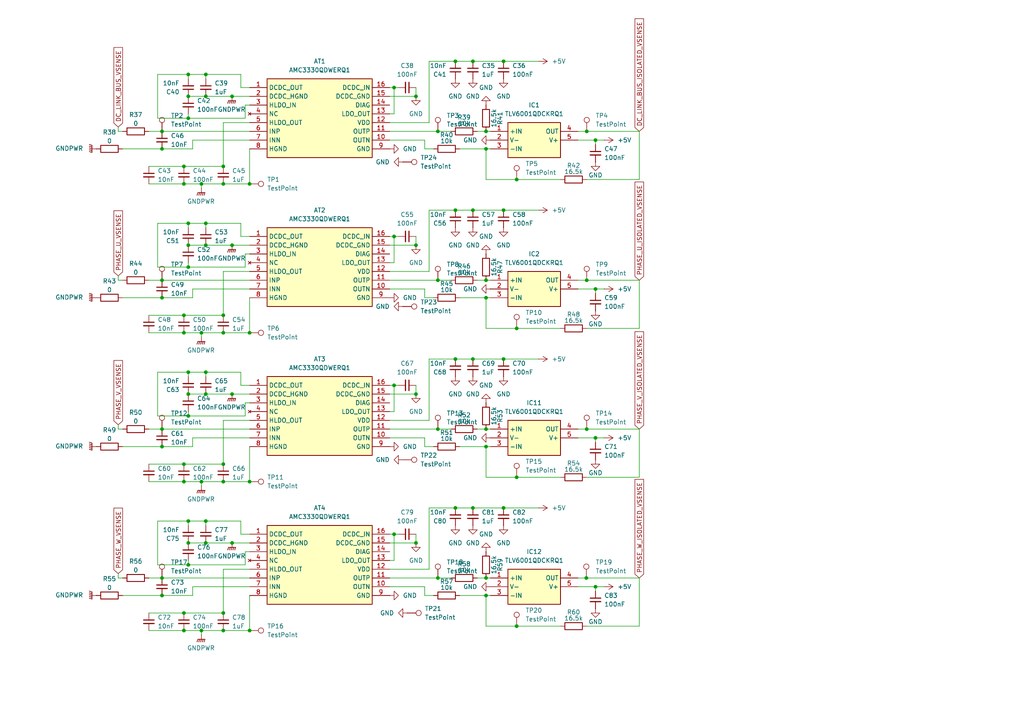
<source format=kicad_sch>
(kicad_sch (version 20250114) (generator "eeschema") (generator_version "9.0")
  (paper "A4")
  (junction (at 64.77 182.88))
  (junction (at 120.65 157.48))
  (junction (at 114.3 25.4))
  (junction (at 146.05 104.14))
  (junction (at 54.61 163.83))
  (junction (at 170.0556 167.64))
  (junction (at 53.34 91.44))
  (junction (at 149.86 138.43))
  (junction (at 140.97 38.1))
  (junction (at 59.69 151.13))
  (junction (at 46.99 38.1))
  (junction (at 132.08 104.14))
  (junction (at 114.3 111.76))
  (junction (at 72.39 96.52))
  (junction (at 54.61 64.77))
  (junction (at 64.77 177.8))
  (junction (at 140.97 172.72))
  (junction (at 64.77 139.7))
  (junction (at 54.61 114.3))
  (junction (at 137.16 104.14))
  (junction (at 53.34 96.52))
  (junction (at 127 167.64))
  (junction (at 64.77 134.62))
  (junction (at 54.61 151.13))
  (junction (at 127 81.28))
  (junction (at 146.05 147.32))
  (junction (at 137.16 60.96))
  (junction (at 149.86 181.61))
  (junction (at 54.61 71.12))
  (junction (at 140.97 129.54))
  (junction (at 137.16 147.32))
  (junction (at 137.16 17.78))
  (junction (at 132.08 147.32))
  (junction (at 64.77 53.34))
  (junction (at 58.42 139.7))
  (junction (at 46.99 81.28))
  (junction (at 149.86 52.07))
  (junction (at 58.42 182.88))
  (junction (at 59.69 157.48))
  (junction (at 46.99 86.36))
  (junction (at 59.69 27.94))
  (junction (at 146.05 17.78))
  (junction (at 67.31 71.12))
  (junction (at 54.61 120.65))
  (junction (at 67.31 114.3))
  (junction (at 54.61 157.48))
  (junction (at 172.72 83.82))
  (junction (at 72.39 53.34))
  (junction (at 170.18 124.46))
  (junction (at 172.72 127))
  (junction (at 53.34 177.8))
  (junction (at 54.61 21.59))
  (junction (at 53.34 139.7))
  (junction (at 114.3 68.58))
  (junction (at 54.61 77.47))
  (junction (at 54.61 27.94))
  (junction (at 146.05 60.96))
  (junction (at 46.99 43.18))
  (junction (at 114.3 154.94))
  (junction (at 53.34 48.26))
  (junction (at 54.61 107.95))
  (junction (at 170.18 81.28))
  (junction (at 67.31 27.94))
  (junction (at 64.77 91.44))
  (junction (at 46.99 129.54))
  (junction (at 149.86 95.25))
  (junction (at 58.42 96.52))
  (junction (at 127 124.46))
  (junction (at 132.08 17.78))
  (junction (at 140.97 86.36))
  (junction (at 59.69 71.12))
  (junction (at 120.65 114.3))
  (junction (at 170.18 38.1))
  (junction (at 58.42 53.34))
  (junction (at 64.77 48.26))
  (junction (at 120.65 27.94))
  (junction (at 120.65 71.12))
  (junction (at 72.39 182.88))
  (junction (at 53.34 182.88))
  (junction (at 64.77 96.52))
  (junction (at 53.34 53.34))
  (junction (at 46.99 124.46))
  (junction (at 140.97 81.28))
  (junction (at 59.69 107.95))
  (junction (at 132.08 60.96))
  (junction (at 172.72 170.18))
  (junction (at 53.34 134.62))
  (junction (at 46.99 167.64))
  (junction (at 54.61 34.29))
  (junction (at 59.69 21.59))
  (junction (at 59.69 114.3))
  (junction (at 46.99 172.72))
  (junction (at 72.39 139.7))
  (junction (at 67.31 157.48))
  (junction (at 140.97 167.64))
  (junction (at 140.97 43.18))
  (junction (at 172.72 40.64))
  (junction (at 127 38.1))
  (junction (at 140.97 124.46))
  (junction (at 59.69 64.77))
  (wire (pts (xy 146.05 17.78) (xy 156.21 17.78)))
  (wire (pts (xy 113.03 162.56) (xy 114.3 162.56)))
  (wire (pts (xy 54.61 151.13) (xy 54.61 152.4)))
  (wire (pts (xy 114.3 25.4) (xy 115.57 25.4)))
  (wire (pts (xy 64.77 165.1) (xy 64.77 177.8)))
  (wire (pts (xy 137.16 147.32) (xy 146.05 147.32)))
  (wire (pts (xy 54.61 151.13) (xy 59.69 151.13)))
  (wire (pts (xy 127 38.1) (xy 130.81 38.1)))
  (wire (pts (xy 71.12 73.66) (xy 72.39 73.66)))
  (wire (pts (xy 114.3 111.76) (xy 113.03 111.76)))
  (wire (pts (xy 43.18 167.64) (xy 46.99 167.64)))
  (wire (pts (xy 123.19 129.54) (xy 125.73 129.54)))
  (wire (pts (xy 167.64 83.82) (xy 172.72 83.82)))
  (wire (pts (xy 34.29 38.1) (xy 35.56 38.1)))
  (wire (pts (xy 123.19 170.18) (xy 123.19 172.72)))
  (wire (pts (xy 54.61 64.77) (xy 45.72 64.77)))
  (wire (pts (xy 72.39 96.52) (xy 64.77 96.52)))
  (wire (pts (xy 72.39 121.92) (xy 64.77 121.92)))
  (wire (pts (xy 59.69 151.13) (xy 59.69 152.4)))
  (wire (pts (xy 71.12 34.29) (xy 71.12 30.48)))
  (wire (pts (xy 34.29 80.01) (xy 34.29 81.28)))
  (wire (pts (xy 54.61 21.59) (xy 54.61 22.86)))
  (wire (pts (xy 43.18 38.1) (xy 46.99 38.1)))
  (wire (pts (xy 72.39 35.56) (xy 64.77 35.56)))
  (wire (pts (xy 140.97 124.46) (xy 142.24 124.46)))
  (wire (pts (xy 120.65 114.3) (xy 113.03 114.3)))
  (wire (pts (xy 72.39 53.34) (xy 64.77 53.34)))
  (wire (pts (xy 54.61 21.59) (xy 59.69 21.59)))
  (wire (pts (xy 185.42 52.07) (xy 185.42 38.1)))
  (wire (pts (xy 72.39 127) (xy 55.88 127)))
  (wire (pts (xy 113.03 40.64) (xy 123.19 40.64)))
  (wire (pts (xy 185.42 181.61) (xy 185.42 167.64)))
  (wire (pts (xy 43.18 182.88) (xy 53.34 182.88)))
  (wire (pts (xy 72.39 172.72) (xy 72.39 182.88)))
  (wire (pts (xy 120.65 111.76) (xy 120.65 114.3)))
  (wire (pts (xy 54.61 157.48) (xy 59.69 157.48)))
  (wire (pts (xy 172.72 41.91) (xy 172.72 40.64)))
  (wire (pts (xy 124.46 121.92) (xy 113.03 121.92)))
  (wire (pts (xy 72.39 111.76) (xy 69.85 111.76)))
  (wire (pts (xy 127 81.28) (xy 130.81 81.28)))
  (wire (pts (xy 72.39 129.54) (xy 72.39 139.7)))
  (wire (pts (xy 123.19 40.64) (xy 123.19 43.18)))
  (wire (pts (xy 124.46 165.1) (xy 113.03 165.1)))
  (wire (pts (xy 114.3 33.02) (xy 114.3 25.4)))
  (wire (pts (xy 133.35 172.72) (xy 140.97 172.72)))
  (wire (pts (xy 114.3 76.2) (xy 114.3 68.58)))
  (wire (pts (xy 43.18 139.7) (xy 53.34 139.7)))
  (wire (pts (xy 45.72 64.77) (xy 45.72 77.47)))
  (wire (pts (xy 43.18 177.8) (xy 53.34 177.8)))
  (wire (pts (xy 140.97 181.61) (xy 149.86 181.61)))
  (wire (pts (xy 123.19 83.82) (xy 123.19 86.36)))
  (wire (pts (xy 120.65 25.4) (xy 120.65 27.94)))
  (wire (pts (xy 185.42 167.64) (xy 170.0556 167.64)))
  (wire (pts (xy 54.61 77.47) (xy 54.61 76.2)))
  (wire (pts (xy 140.97 138.43) (xy 149.86 138.43)))
  (wire (pts (xy 45.72 151.13) (xy 45.72 163.83)))
  (wire (pts (xy 55.88 129.54) (xy 46.99 129.54)))
  (wire (pts (xy 72.39 68.58) (xy 69.85 68.58)))
  (wire (pts (xy 167.64 170.18) (xy 172.72 170.18)))
  (wire (pts (xy 54.61 107.95) (xy 54.61 109.22)))
  (wire (pts (xy 46.99 81.28) (xy 72.39 81.28)))
  (wire (pts (xy 54.61 34.29) (xy 71.12 34.29)))
  (wire (pts (xy 43.18 81.28) (xy 46.99 81.28)))
  (wire (pts (xy 72.39 25.4) (xy 69.85 25.4)))
  (wire (pts (xy 140.97 43.18) (xy 142.24 43.18)))
  (wire (pts (xy 72.39 78.74) (xy 64.77 78.74)))
  (wire (pts (xy 59.69 64.77) (xy 59.69 66.04)))
  (wire (pts (xy 146.05 104.14) (xy 156.21 104.14)))
  (wire (pts (xy 54.61 151.13) (xy 45.72 151.13)))
  (wire (pts (xy 43.18 96.52) (xy 53.34 96.52)))
  (wire (pts (xy 138.43 167.64) (xy 140.97 167.64)))
  (wire (pts (xy 45.72 107.95) (xy 45.72 120.65)))
  (wire (pts (xy 54.61 77.47) (xy 71.12 77.47)))
  (wire (pts (xy 124.46 60.96) (xy 132.08 60.96)))
  (wire (pts (xy 69.85 68.58) (xy 69.85 64.77)))
  (wire (pts (xy 46.99 124.46) (xy 72.39 124.46)))
  (wire (pts (xy 114.3 162.56) (xy 114.3 154.94)))
  (wire (pts (xy 43.18 124.46) (xy 46.99 124.46)))
  (wire (pts (xy 58.42 96.52) (xy 58.42 97.79)))
  (wire (pts (xy 137.16 17.78) (xy 146.05 17.78)))
  (wire (pts (xy 123.19 43.18) (xy 125.73 43.18)))
  (wire (pts (xy 45.72 21.59) (xy 45.72 34.29)))
  (wire (pts (xy 124.46 147.32) (xy 124.46 165.1)))
  (wire (pts (xy 35.56 129.54) (xy 46.99 129.54)))
  (wire (pts (xy 53.34 48.26) (xy 64.77 48.26)))
  (wire (pts (xy 45.72 34.29) (xy 54.61 34.29)))
  (wire (pts (xy 140.97 129.54) (xy 142.24 129.54)))
  (wire (pts (xy 124.46 60.96) (xy 124.46 78.74)))
  (wire (pts (xy 170.18 38.1) (xy 167.64 38.1)))
  (wire (pts (xy 35.56 43.18) (xy 46.99 43.18)))
  (wire (pts (xy 72.39 165.1) (xy 64.77 165.1)))
  (wire (pts (xy 172.72 85.09) (xy 172.72 83.82)))
  (wire (pts (xy 172.72 83.82) (xy 175.26 83.82)))
  (wire (pts (xy 58.42 182.88) (xy 58.42 184.15)))
  (wire (pts (xy 59.69 21.59) (xy 59.69 22.86)))
  (wire (pts (xy 34.29 124.46) (xy 35.56 124.46)))
  (wire (pts (xy 123.19 172.72) (xy 125.73 172.72)))
  (wire (pts (xy 170.18 81.28) (xy 167.64 81.28)))
  (wire (pts (xy 133.35 129.54) (xy 140.97 129.54)))
  (wire (pts (xy 140.97 81.28) (xy 142.24 81.28)))
  (wire (pts (xy 113.03 81.28) (xy 127 81.28)))
  (wire (pts (xy 149.86 95.25) (xy 162.56 95.25)))
  (wire (pts (xy 120.65 68.58) (xy 120.65 71.12)))
  (wire (pts (xy 43.18 91.44) (xy 53.34 91.44)))
  (wire (pts (xy 45.72 120.65) (xy 54.61 120.65)))
  (wire (pts (xy 124.46 104.14) (xy 132.08 104.14)))
  (wire (pts (xy 140.97 52.07) (xy 149.86 52.07)))
  (wire (pts (xy 58.42 139.7) (xy 58.42 140.97)))
  (wire (pts (xy 185.42 138.43) (xy 185.42 124.46)))
  (wire (pts (xy 71.12 30.48) (xy 72.39 30.48)))
  (wire (pts (xy 69.85 154.94) (xy 69.85 151.13)))
  (wire (pts (xy 167.64 40.64) (xy 172.72 40.64)))
  (wire (pts (xy 170.18 181.61) (xy 185.42 181.61)))
  (wire (pts (xy 185.42 124.46) (xy 170.18 124.46)))
  (wire (pts (xy 149.86 138.43) (xy 162.56 138.43)))
  (wire (pts (xy 140.97 167.64) (xy 142.24 167.64)))
  (wire (pts (xy 59.69 64.77) (xy 69.85 64.77)))
  (wire (pts (xy 34.29 166.37) (xy 34.29 167.64)))
  (wire (pts (xy 127 167.64) (xy 130.81 167.64)))
  (wire (pts (xy 114.3 154.94) (xy 115.57 154.94)))
  (wire (pts (xy 138.43 38.1) (xy 140.97 38.1)))
  (wire (pts (xy 170.18 138.43) (xy 185.42 138.43)))
  (wire (pts (xy 170.18 95.25) (xy 185.42 95.25)))
  (wire (pts (xy 55.88 86.36) (xy 46.99 86.36)))
  (wire (pts (xy 113.03 119.38) (xy 114.3 119.38)))
  (wire (pts (xy 59.69 157.48) (xy 67.31 157.48)))
  (wire (pts (xy 72.39 182.88) (xy 64.77 182.88)))
  (wire (pts (xy 64.77 78.74) (xy 64.77 91.44)))
  (wire (pts (xy 43.18 53.34) (xy 53.34 53.34)))
  (wire (pts (xy 54.61 64.77) (xy 59.69 64.77)))
  (wire (pts (xy 54.61 64.77) (xy 54.61 66.04)))
  (wire (pts (xy 69.85 25.4) (xy 69.85 21.59)))
  (wire (pts (xy 59.69 107.95) (xy 69.85 107.95)))
  (wire (pts (xy 71.12 163.83) (xy 71.12 160.02)))
  (wire (pts (xy 55.88 170.18) (xy 55.88 172.72)))
  (wire (pts (xy 58.42 53.34) (xy 58.42 54.61)))
  (wire (pts (xy 53.34 139.7) (xy 58.42 139.7)))
  (wire (pts (xy 172.72 128.27) (xy 172.72 127)))
  (wire (pts (xy 53.34 177.8) (xy 64.77 177.8)))
  (wire (pts (xy 170.18 52.07) (xy 185.42 52.07)))
  (wire (pts (xy 127 124.46) (xy 130.81 124.46)))
  (wire (pts (xy 72.39 83.82) (xy 55.88 83.82)))
  (wire (pts (xy 34.29 36.83) (xy 34.29 38.1)))
  (wire (pts (xy 54.61 120.65) (xy 71.12 120.65)))
  (wire (pts (xy 123.19 127) (xy 123.19 129.54)))
  (wire (pts (xy 72.39 86.36) (xy 72.39 96.52)))
  (wire (pts (xy 72.39 154.94) (xy 69.85 154.94)))
  (wire (pts (xy 138.43 124.46) (xy 140.97 124.46)))
  (wire (pts (xy 46.99 38.1) (xy 72.39 38.1)))
  (wire (pts (xy 45.72 77.47) (xy 54.61 77.47)))
  (wire (pts (xy 132.08 17.78) (xy 137.16 17.78)))
  (wire (pts (xy 58.42 96.52) (xy 64.77 96.52)))
  (wire (pts (xy 113.03 76.2) (xy 114.3 76.2)))
  (wire (pts (xy 53.34 53.34) (xy 58.42 53.34)))
  (wire (pts (xy 140.97 129.54) (xy 140.97 138.43)))
  (wire (pts (xy 59.69 71.12) (xy 67.31 71.12)))
  (wire (pts (xy 172.72 170.18) (xy 175.26 170.18)))
  (wire (pts (xy 113.03 124.46) (xy 127 124.46)))
  (wire (pts (xy 124.46 147.32) (xy 132.08 147.32)))
  (wire (pts (xy 185.42 38.1) (xy 170.18 38.1)))
  (wire (pts (xy 54.61 27.94) (xy 59.69 27.94)))
  (wire (pts (xy 59.69 114.3) (xy 67.31 114.3)))
  (wire (pts (xy 170.0556 167.64) (xy 167.64 167.64)))
  (wire (pts (xy 72.39 40.64) (xy 55.88 40.64)))
  (wire (pts (xy 35.56 86.36) (xy 46.99 86.36)))
  (wire (pts (xy 170.18 124.46) (xy 167.64 124.46)))
  (wire (pts (xy 132.08 104.14) (xy 137.16 104.14)))
  (wire (pts (xy 114.3 68.58) (xy 115.57 68.58)))
  (wire (pts (xy 54.61 114.3) (xy 59.69 114.3)))
  (wire (pts (xy 67.31 157.48) (xy 72.39 157.48)))
  (wire (pts (xy 53.34 91.44) (xy 64.77 91.44)))
  (wire (pts (xy 172.72 171.45) (xy 172.72 170.18)))
  (wire (pts (xy 34.29 123.19) (xy 34.29 124.46)))
  (wire (pts (xy 54.61 163.83) (xy 54.61 162.56)))
  (wire (pts (xy 120.65 157.48) (xy 113.03 157.48)))
  (wire (pts (xy 53.34 134.62) (xy 64.77 134.62)))
  (wire (pts (xy 124.46 17.78) (xy 132.08 17.78)))
  (wire (pts (xy 64.77 35.56) (xy 64.77 48.26)))
  (wire (pts (xy 54.61 107.95) (xy 45.72 107.95)))
  (wire (pts (xy 140.97 86.36) (xy 140.97 95.25)))
  (wire (pts (xy 71.12 160.02) (xy 72.39 160.02)))
  (wire (pts (xy 140.97 172.72) (xy 140.97 181.61)))
  (wire (pts (xy 43.18 134.62) (xy 53.34 134.62)))
  (wire (pts (xy 124.46 78.74) (xy 113.03 78.74)))
  (wire (pts (xy 146.05 60.96) (xy 156.21 60.96)))
  (wire (pts (xy 59.69 27.94) (xy 67.31 27.94)))
  (wire (pts (xy 113.03 127) (xy 123.19 127)))
  (wire (pts (xy 54.61 34.29) (xy 54.61 33.02)))
  (wire (pts (xy 114.3 111.76) (xy 115.57 111.76)))
  (wire (pts (xy 67.31 27.94) (xy 72.39 27.94)))
  (wire (pts (xy 46.99 167.64) (xy 72.39 167.64)))
  (wire (pts (xy 54.61 120.65) (xy 54.61 119.38)))
  (wire (pts (xy 123.19 86.36) (xy 125.73 86.36)))
  (wire (pts (xy 172.72 127) (xy 175.26 127)))
  (wire (pts (xy 72.39 139.7) (xy 64.77 139.7)))
  (wire (pts (xy 58.42 53.34) (xy 64.77 53.34)))
  (wire (pts (xy 71.12 77.47) (xy 71.12 73.66)))
  (wire (pts (xy 58.42 139.7) (xy 64.77 139.7)))
  (wire (pts (xy 114.3 25.4) (xy 113.03 25.4)))
  (wire (pts (xy 58.42 182.88) (xy 64.77 182.88)))
  (wire (pts (xy 140.97 172.72) (xy 142.24 172.72)))
  (wire (pts (xy 124.46 35.56) (xy 113.03 35.56)))
  (wire (pts (xy 172.72 40.64) (xy 175.26 40.64)))
  (wire (pts (xy 146.05 147.32) (xy 156.21 147.32)))
  (wire (pts (xy 54.61 21.59) (xy 45.72 21.59)))
  (wire (pts (xy 120.65 154.94) (xy 120.65 157.48)))
  (wire (pts (xy 53.34 96.52) (xy 58.42 96.52)))
  (wire (pts (xy 55.88 43.18) (xy 46.99 43.18)))
  (wire (pts (xy 114.3 154.94) (xy 113.03 154.94)))
  (wire (pts (xy 113.03 170.18) (xy 123.19 170.18)))
  (wire (pts (xy 59.69 107.95) (xy 59.69 109.22)))
  (wire (pts (xy 71.12 116.84) (xy 72.39 116.84)))
  (wire (pts (xy 113.03 33.02) (xy 114.3 33.02)))
  (wire (pts (xy 124.46 104.14) (xy 124.46 121.92)))
  (wire (pts (xy 54.61 107.95) (xy 59.69 107.95)))
  (wire (pts (xy 72.39 43.18) (xy 72.39 53.34)))
  (wire (pts (xy 167.64 127) (xy 172.72 127)))
  (wire (pts (xy 35.56 172.72) (xy 46.99 172.72)))
  (wire (pts (xy 138.43 81.28) (xy 140.97 81.28)))
  (wire (pts (xy 140.97 43.18) (xy 140.97 52.07)))
  (wire (pts (xy 71.12 120.65) (xy 71.12 116.84)))
  (wire (pts (xy 34.29 167.64) (xy 35.56 167.64)))
  (wire (pts (xy 59.69 21.59) (xy 69.85 21.59)))
  (wire (pts (xy 132.08 147.32) (xy 137.16 147.32)))
  (wire (pts (xy 54.61 71.12) (xy 59.69 71.12)))
  (wire (pts (xy 69.85 111.76) (xy 69.85 107.95)))
  (wire (pts (xy 67.31 114.3) (xy 72.39 114.3)))
  (wire (pts (xy 133.35 86.36) (xy 140.97 86.36)))
  (wire (pts (xy 149.86 52.07) (xy 162.56 52.07)))
  (wire (pts (xy 59.69 151.13) (xy 69.85 151.13)))
  (wire (pts (xy 113.03 38.1) (xy 127 38.1)))
  (wire (pts (xy 34.29 81.28) (xy 35.56 81.28)))
  (wire (pts (xy 64.77 121.92) (xy 64.77 134.62)))
  (wire (pts (xy 132.08 60.96) (xy 137.16 60.96)))
  (wire (pts (xy 137.16 104.14) (xy 146.05 104.14)))
  (wire (pts (xy 43.18 48.26) (xy 53.34 48.26)))
  (wire (pts (xy 140.97 38.1) (xy 142.24 38.1)))
  (wire (pts (xy 45.72 163.83) (xy 54.61 163.83)))
  (wire (pts (xy 149.86 181.61) (xy 162.56 181.61)))
  (wire (pts (xy 54.61 163.83) (xy 71.12 163.83)))
  (wire (pts (xy 55.88 83.82) (xy 55.88 86.36)))
  (wire (pts (xy 124.46 17.78) (xy 124.46 35.56)))
  (wire (pts (xy 185.42 81.28) (xy 170.18 81.28)))
  (wire (pts (xy 67.31 71.12) (xy 72.39 71.12)))
  (wire (pts (xy 55.88 172.72) (xy 46.99 172.72)))
  (wire (pts (xy 55.88 127) (xy 55.88 129.54)))
  (wire (pts (xy 140.97 95.25) (xy 149.86 95.25)))
  (wire (pts (xy 55.88 40.64) (xy 55.88 43.18)))
  (wire (pts (xy 133.35 43.18) (xy 140.97 43.18)))
  (wire (pts (xy 140.97 86.36) (xy 142.24 86.36)))
  (wire (pts (xy 185.42 95.25) (xy 185.42 81.28)))
  (wire (pts (xy 113.03 83.82) (xy 123.19 83.82)))
  (wire (pts (xy 72.39 170.18) (xy 55.88 170.18)))
  (wire (pts (xy 114.3 119.38) (xy 114.3 111.76)))
  (wire (pts (xy 53.34 182.88) (xy 58.42 182.88)))
  (wire (pts (xy 120.65 71.12) (xy 113.03 71.12)))
  (wire (pts (xy 120.65 27.94) (xy 113.03 27.94)))
  (wire (pts (xy 137.16 60.96) (xy 146.05 60.96)))
  (wire (pts (xy 113.03 167.64) (xy 127 167.64)))
  (wire (pts (xy 114.3 68.58) (xy 113.03 68.58)))
  (global_label "PHASE_W_ISOLATED_VSENSE" (shape input) (at 185.42 167.64 90) (property "Intersheetrefs" "${INTERSHEET_REFS}" (effects (hide yes))))
  (global_label "PHASE_W_VSENSE" (shape input) (at 34.29 166.37 90) (property "Intersheetrefs" "${INTERSHEET_REFS}" (effects (hide yes))))
  (global_label "DC_LINK_BUS_VSENSE" (shape input) (at 34.29 36.83 90) (property "Intersheetrefs" "${INTERSHEET_REFS}" (effects (hide yes))))
  (global_label "PHASE_U_ISOLATED_VSENSE" (shape input) (at 185.42 81.28 90) (property "Intersheetrefs" "${INTERSHEET_REFS}" (effects (hide yes))))
  (global_label "PHASE_V_VSENSE" (shape input) (at 34.29 123.19 90) (property "Intersheetrefs" "${INTERSHEET_REFS}" (effects (hide yes))))
  (global_label "PHASE_V_ISOLATED_VSENSE" (shape input) (at 185.42 124.46 90) (property "Intersheetrefs" "${INTERSHEET_REFS}" (effects (hide yes))))
  (global_label "DC_LINK_BUS_ISOLATED_VSENSE" (shape input) (at 185.42 38.1 90) (property "Intersheetrefs" "${INTERSHEET_REFS}" (effects (hide yes))))
  (global_label "PHASE_U_VSENSE" (shape input) (at 34.29 80.01 90) (property "Intersheetrefs" "${INTERSHEET_REFS}" (effects (hide yes))))
  (symbol (lib_id "Device:C_Small") (at 53.34 180.34 0) (unit 1)
    (property "Reference" "C74" (at 55.88 179.0762 0) (effects (justify left)))
    (property "Value" "100nF" (at 55.88 181.6162 0) (effects (justify left)))
    (property "Footprint" "Capacitor_SMD:C_1210_3225Metric_Pad1.33x2.70mm_HandSolder" (effects (hide yes)))
    (property "Description" "Unpolarized capacitor, small symbol" (effects (hide yes)))
  )
  (symbol (lib_id "InverterCom:TLV6001QDCKRQ1") (at 142.24 38.1 0) (unit 1)
    (property "Reference" "IC1" (at 154.94 30.48 0))
    (property "Value" "TLV6001QDCKRQ1" (at 154.94 33.02 0))
    (property "Footprint" "InverterCom:SOT65P210X110-5N" (effects (hide yes)))
    (property "Datasheet" "http://www.ti.com/lit/gpn/tlv6001-q1" (effects (hide yes)))
    (property "Description" "Low-Power, RRIO, 1-MHz, Operational Amplifier for Cost-Sensitive Systems" (effects (hide yes)))
    (property "Height" "1.1" (effects (hide yes)))
    (property "Mouser Part Number" "595-TLV6001QDCKRQ1" (effects (hide yes)))
    (property "Mouser Price/Stock" "https://www.mouser.co.uk/ProductDetail/Texas-Instruments/TLV6001QDCKRQ1?qs=qSfuJ%252Bfl%2Fd4YmnuAK2Ksyg%3D%3D" (effects (hide yes)))
    (property "Manufacturer_Name" "Texas Instruments" (effects (hide yes)))
    (property "Manufacturer_Part_Number" "TLV6001QDCKRQ1" (effects (hide yes)))
  )
  (symbol (lib_id "InverterCom:AMC3330QDWERQ1") (at 72.39 25.4 0) (unit 1)
    (property "Reference" "AT1" (at 92.71 17.78 0))
    (property "Value" "AMC3330QDWERQ1" (at 92.71 20.32 0))
    (property "Footprint" "InverterCom:SOIC127P1030X265-16N" (effects (hide yes)))
    (property "Datasheet" "https://www.ti.com/lit/ds/symlink/amc3330.pdf?ts=1605812770714&ref_url=https%253A%252F%252Fwww.ti.com%252Fsitesearch%252Fdocs%252Funiversalsearch.tsp%253FsearchTerm%253DAMC3330DWE" (effects (hide yes)))
    (property "Description" "Isolation Amplifiers Automotive +/-1-V input, precision reinforced isolated amplifier with integrated DC/DC converter 16-SOIC -40 to 125" (effects (hide yes)))
    (property "Height" "2.65" (effects (hide yes)))
    (property "Mouser Part Number" "595-AMC3330QDWERQ1" (effects (hide yes)))
    (property "Mouser Price/Stock" "https://www.mouser.co.uk/ProductDetail/Texas-Instruments/AMC3330QDWERQ1?qs=81r%252BiQLm7BThq9fK1XpIYg%3D%3D" (effects (hide yes)))
    (property "Manufacturer_Name" "Texas Instruments" (effects (hide yes)))
    (property "Manufacturer_Part_Number" "AMC3330QDWERQ1" (effects (hide yes)))
  )
  (symbol (lib_id "Device:R") (at 129.54 43.18 270) (unit 1)
    (property "Reference" "R40" (at 129.54 39.116 90))
    (property "Value" "10k" (at 129.54 40.894 90))
    (property "Footprint" "Resistor_SMD:R_1210_3225Metric_Pad1.30x2.65mm_HandSolder" (effects (hide yes)))
    (property "Description" "Resistor" (effects (hide yes)))
  )
  (symbol (lib_id "power:GND") (at 116.84 46.99 270) (unit 1)
    (property "Reference" "#PWR0113" (effects (hide yes)))
    (property "Value" "GND" (at 113.03 46.9899 90) (effects (justify right)))
    (property "Description" "Power symbol creates a global label with name \"GND\" , ground" (effects (hide yes)))
  )
  (symbol (lib_id "power:GND") (at 120.65 114.3 0) (unit 1)
    (property "Reference" "#PWR074" (effects (hide yes)))
    (property "Value" "GND" (at 120.65 119.38 0))
    (property "Description" "Power symbol creates a global label with name \"GND\" , ground" (effects (hide yes)))
  )
  (symbol (lib_id "Connector:TestPoint") (at 72.39 96.52 270) (unit 1)
    (property "Reference" "TP6" (at 77.47 95.2499 90) (effects (justify left)))
    (property "Value" "TestPoint" (at 77.47 97.7899 90) (effects (justify left)))
    (property "Footprint" "TestPoint:TestPoint_Loop_D2.54mm_Drill1.5mm_Beaded" (effects (hide yes)))
    (property "Description" "test point" (effects (hide yes)))
  )
  (symbol (lib_id "Device:R") (at 31.75 43.18 90) (unit 1)
    (property "Reference" "R38" (at 31.75 38.354 90))
    (property "Value" "0" (at 31.75 40.894 90))
    (property "Footprint" "Resistor_SMD:R_1210_3225Metric_Pad1.30x2.65mm_HandSolder" (effects (hide yes)))
    (property "Description" "Resistor" (effects (hide yes)))
  )
  (symbol (lib_id "Connector:TestPoint") (at 46.99 81.28 0) (unit 1)
    (property "Reference" "TP7" (at 49.53 76.7079 0) (effects (justify left)))
    (property "Value" "TestPoint" (at 49.53 79.2479 0) (effects (justify left)))
    (property "Footprint" "TestPoint:TestPoint_Loop_D2.54mm_Drill1.5mm_Beaded" (effects (hide yes)))
    (property "Description" "test point" (effects (hide yes)))
  )
  (symbol (lib_id "Connector:TestPoint") (at 127 38.1 0) (unit 1)
    (property "Reference" "TP3" (at 129.54 33.5279 0) (effects (justify left)))
    (property "Value" "TestPoint" (at 129.54 36.0679 0) (effects (justify left)))
    (property "Footprint" "TestPoint:TestPoint_Loop_D2.54mm_Drill1.5mm_Beaded" (effects (hide yes)))
    (property "Description" "test point" (effects (hide yes)))
  )
  (symbol (lib_id "power:GND") (at 140.97 116.84 180) (unit 1)
    (property "Reference" "#PWR077" (effects (hide yes)))
    (property "Value" "GND" (at 140.97 111.76 0))
    (property "Description" "Power symbol creates a global label with name \"GND\" , ground" (effects (hide yes)))
  )
  (symbol (lib_id "Connector:TestPoint") (at 149.86 181.61 0) (unit 1)
    (property "Reference" "TP20" (at 152.4 177.0379 0) (effects (justify left)))
    (property "Value" "TestPoint" (at 152.4 179.5779 0) (effects (justify left)))
    (property "Footprint" "TestPoint:TestPoint_Loop_D2.54mm_Drill1.5mm_Beaded" (effects (hide yes)))
    (property "Description" "test point" (effects (hide yes)))
  )
  (symbol (lib_id "Device:R") (at 129.54 129.54 270) (unit 1)
    (property "Reference" "R51" (at 129.54 125.476 90))
    (property "Value" "10k" (at 129.54 127.254 90))
    (property "Footprint" "Resistor_SMD:R_1210_3225Metric_Pad1.30x2.65mm_HandSolder" (effects (hide yes)))
    (property "Description" "Resistor" (effects (hide yes)))
  )
  (symbol (lib_id "Device:C_Small") (at 54.61 68.58 180) (unit 1)
    (property "Reference" "C51" (at 52.07 69.8438 0) (effects (justify left)))
    (property "Value" "10nF" (at 52.07 67.3038 0) (effects (justify left)))
    (property "Footprint" "Capacitor_SMD:C_1210_3225Metric_Pad1.33x2.70mm_HandSolder" (effects (hide yes)))
    (property "Description" "Unpolarized capacitor, small symbol" (effects (hide yes)))
  )
  (symbol (lib_id "Connector:TestPoint") (at 127 81.28 0) (unit 1)
    (property "Reference" "TP8" (at 129.54 76.7079 0) (effects (justify left)))
    (property "Value" "TestPoint" (at 129.54 79.2479 0) (effects (justify left)))
    (property "Footprint" "TestPoint:TestPoint_Loop_D2.54mm_Drill1.5mm_Beaded" (effects (hide yes)))
    (property "Description" "test point" (effects (hide yes)))
  )
  (symbol (lib_id "power:GND") (at 116.84 133.35 270) (unit 1)
    (property "Reference" "#PWR0111" (effects (hide yes)))
    (property "Value" "GND" (at 113.03 133.3499 90) (effects (justify right)))
    (property "Description" "Power symbol creates a global label with name \"GND\" , ground" (effects (hide yes)))
  )
  (symbol (lib_id "power:GND") (at 172.72 90.17 0) (unit 1)
    (property "Reference" "#PWR068" (effects (hide yes)))
    (property "Value" "GND" (at 172.72 93.98 0))
    (property "Description" "Power symbol creates a global label with name \"GND\" , ground" (effects (hide yes)))
  )
  (symbol (lib_id "power:+5V") (at 156.21 17.78 270) (unit 1)
    (property "Reference" "#PWR097" (effects (hide yes)))
    (property "Value" "+5V" (at 160.02 17.7799 90) (effects (justify left)))
    (property "Description" "Power symbol creates a global label with name \"+5V\"" (effects (hide yes)))
  )
  (symbol (lib_id "power:+5V") (at 175.26 127 270) (unit 1)
    (property "Reference" "#PWR082" (effects (hide yes)))
    (property "Value" "+5V" (at 179.07 126.9999 90) (effects (justify left)))
    (property "Description" "Power symbol creates a global label with name \"+5V\"" (effects (hide yes)))
  )
  (symbol (lib_id "Device:R") (at 31.75 129.54 90) (unit 1)
    (property "Reference" "R49" (at 31.75 124.714 90))
    (property "Value" "0" (at 31.75 127.254 90))
    (property "Footprint" "Resistor_SMD:R_1210_3225Metric_Pad1.30x2.65mm_HandSolder" (effects (hide yes)))
    (property "Description" "Resistor" (effects (hide yes)))
  )
  (symbol (lib_id "power:GND") (at 118.11 177.8 270) (unit 1)
    (property "Reference" "#PWR0110" (effects (hide yes)))
    (property "Value" "GND" (at 114.3 177.7999 90) (effects (justify right)))
    (property "Description" "Power symbol creates a global label with name \"GND\" , ground" (effects (hide yes)))
  )
  (symbol (lib_id "power:GNDPWR") (at 27.94 43.18 270) (unit 1)
    (property "Reference" "#PWR054" (effects (hide yes)))
    (property "Value" "GNDPWR" (at 24.13 43.0529 90) (effects (justify right)))
    (property "Description" "Power symbol creates a global label with name \"GNDPWR\" , global ground" (effects (hide yes)))
  )
  (symbol (lib_id "Connector:TestPoint") (at 118.11 177.8 270) (unit 1)
    (property "Reference" "TP21" (at 123.19 176.5299 90) (effects (justify left)))
    (property "Value" "TestPoint" (at 123.19 179.0699 90) (effects (justify left)))
    (property "Footprint" "TestPoint:TestPoint_Loop_D2.54mm_Drill1.5mm_Beaded" (effects (hide yes)))
    (property "Description" "test point" (effects (hide yes)))
  )
  (symbol (lib_id "Device:C_Small") (at 118.11 25.4 270) (unit 1)
    (property "Reference" "C38" (at 118.1036 19.05 90))
    (property "Value" "100nF" (at 118.1036 21.59 90))
    (property "Footprint" "Capacitor_SMD:C_1210_3225Metric_Pad1.33x2.70mm_HandSolder" (effects (hide yes)))
    (property "Description" "Unpolarized capacitor, small symbol" (effects (hide yes)))
  )
  (symbol (lib_id "Device:R") (at 134.62 38.1 270) (unit 1)
    (property "Reference" "R39" (at 134.62 34.036 90))
    (property "Value" "10k" (at 134.62 35.814 90))
    (property "Footprint" "Resistor_SMD:R_1210_3225Metric_Pad1.30x2.65mm_HandSolder" (effects (hide yes)))
    (property "Description" "Resistor" (effects (hide yes)))
  )
  (symbol (lib_id "power:GND") (at 142.24 83.82 270) (unit 1)
    (property "Reference" "#PWR065" (effects (hide yes)))
    (property "Value" "GND" (at 138.43 83.8199 90) (effects (justify right)))
    (property "Description" "Power symbol creates a global label with name \"GND\" , ground" (effects (hide yes)))
  )
  (symbol (lib_id "Device:C_Small") (at 146.05 149.86 0) (unit 1)
    (property "Reference" "C82" (at 148.59 148.5962 0) (effects (justify left)))
    (property "Value" "100nF" (at 148.59 151.1362 0) (effects (justify left)))
    (property "Footprint" "Capacitor_SMD:C_1210_3225Metric_Pad1.33x2.70mm_HandSolder" (effects (hide yes)))
    (property "Description" "Unpolarized capacitor, small symbol" (effects (hide yes)))
  )
  (symbol (lib_id "Device:R") (at 166.37 138.43 270) (unit 1)
    (property "Reference" "R54" (at 166.37 134.366 90))
    (property "Value" "16.5k" (at 166.37 136.144 90))
    (property "Footprint" "Resistor_SMD:R_1210_3225Metric_Pad1.30x2.65mm_HandSolder" (effects (hide yes)))
    (property "Description" "Resistor" (effects (hide yes)))
  )
  (symbol (lib_id "power:+5V") (at 156.21 147.32 270) (unit 1)
    (property "Reference" "#PWR093" (effects (hide yes)))
    (property "Value" "+5V" (at 160.02 147.3199 90) (effects (justify left)))
    (property "Description" "Power symbol creates a global label with name \"+5V\"" (effects (hide yes)))
  )
  (symbol (lib_id "power:GNDPWR") (at 27.94 129.54 270) (unit 1)
    (property "Reference" "#PWR070" (effects (hide yes)))
    (property "Value" "GNDPWR" (at 24.13 129.4129 90) (effects (justify right)))
    (property "Description" "Power symbol creates a global label with name \"GNDPWR\" , global ground" (effects (hide yes)))
  )
  (symbol (lib_id "Device:C_Small") (at 64.77 93.98 0) (unit 1)
    (property "Reference" "C54" (at 67.31 92.7162 0) (effects (justify left)))
    (property "Value" "1uF" (at 67.31 95.2562 0) (effects (justify left)))
    (property "Footprint" "Capacitor_SMD:C_1210_3225Metric_Pad1.33x2.70mm_HandSolder" (effects (hide yes)))
    (property "Description" "Unpolarized capacitor, small symbol" (effects (hide yes)))
  )
  (symbol (lib_id "Device:C_Small") (at 146.05 20.32 0) (unit 1)
    (property "Reference" "C36" (at 148.59 19.0562 0) (effects (justify left)))
    (property "Value" "100nF" (at 148.59 21.5962 0) (effects (justify left)))
    (property "Footprint" "Capacitor_SMD:C_1210_3225Metric_Pad1.33x2.70mm_HandSolder" (effects (hide yes)))
    (property "Description" "Unpolarized capacitor, small symbol" (effects (hide yes)))
  )
  (symbol (lib_id "power:+5V") (at 156.21 60.96 270) (unit 1)
    (property "Reference" "#PWR067" (effects (hide yes)))
    (property "Value" "+5V" (at 160.02 60.9599 90) (effects (justify left)))
    (property "Description" "Power symbol creates a global label with name \"+5V\"" (effects (hide yes)))
  )
  (symbol (lib_id "InverterCom:AMC3330QDWERQ1") (at 72.39 111.76 0) (unit 1)
    (property "Reference" "AT3" (at 92.71 104.14 0))
    (property "Value" "AMC3330QDWERQ1" (at 92.71 106.68 0))
    (property "Footprint" "InverterCom:SOIC127P1030X265-16N" (effects (hide yes)))
    (property "Datasheet" "https://www.ti.com/lit/ds/symlink/amc3330.pdf?ts=1605812770714&ref_url=https%253A%252F%252Fwww.ti.com%252Fsitesearch%252Fdocs%252Funiversalsearch.tsp%253FsearchTerm%253DAMC3330DWE" (effects (hide yes)))
    (property "Description" "Isolation Amplifiers Automotive +/-1-V input, precision reinforced isolated amplifier with integrated DC/DC converter 16-SOIC -40 to 125" (effects (hide yes)))
    (property "Height" "2.65" (effects (hide yes)))
    (property "Mouser Part Number" "595-AMC3330QDWERQ1" (effects (hide yes)))
    (property "Mouser Price/Stock" "https://www.mouser.co.uk/ProductDetail/Texas-Instruments/AMC3330QDWERQ1?qs=81r%252BiQLm7BThq9fK1XpIYg%3D%3D" (effects (hide yes)))
    (property "Manufacturer_Name" "Texas Instruments" (effects (hide yes)))
    (property "Manufacturer_Part_Number" "AMC3330QDWERQ1" (effects (hide yes)))
  )
  (symbol (lib_id "power:GND") (at 172.72 133.35 0) (unit 1)
    (property "Reference" "#PWR081" (effects (hide yes)))
    (property "Value" "GND" (at 172.72 137.16 0))
    (property "Description" "Power symbol creates a global label with name \"GND\" , ground" (effects (hide yes)))
  )
  (symbol (lib_id "Device:C_Small") (at 54.61 73.66 0) (unit 1)
    (property "Reference" "C52" (at 57.15 72.3962 0) (effects (justify left)))
    (property "Value" "100nF" (at 57.15 74.9362 0) (effects (justify left)))
    (property "Footprint" "Capacitor_SMD:C_1210_3225Metric_Pad1.33x2.70mm_HandSolder" (effects (hide yes)))
    (property "Description" "Unpolarized capacitor, small symbol" (effects (hide yes)))
  )
  (symbol (lib_id "Device:R") (at 166.37 52.07 270) (unit 1)
    (property "Reference" "R42" (at 166.37 48.006 90))
    (property "Value" "16.5k" (at 166.37 49.784 90))
    (property "Footprint" "Resistor_SMD:R_1210_3225Metric_Pad1.30x2.65mm_HandSolder" (effects (hide yes)))
    (property "Description" "Resistor" (effects (hide yes)))
  )
  (symbol (lib_id "power:GND") (at 142.24 40.64 270) (unit 1)
    (property "Reference" "#PWR056" (effects (hide yes)))
    (property "Value" "GND" (at 138.43 40.6399 90) (effects (justify right)))
    (property "Description" "Power symbol creates a global label with name \"GND\" , ground" (effects (hide yes)))
  )
  (symbol (lib_id "Device:R") (at 140.97 34.29 180) (unit 1)
    (property "Reference" "R41" (at 145.034 34.29 90))
    (property "Value" "16.5k" (at 143.256 34.29 90))
    (property "Footprint" "Resistor_SMD:R_1210_3225Metric_Pad1.30x2.65mm_HandSolder" (effects (hide yes)))
    (property "Description" "Resistor" (effects (hide yes)))
  )
  (symbol (lib_id "Device:C_Small") (at 46.99 170.18 0) (unit 1)
    (property "Reference" "C73" (at 49.53 168.9162 0) (effects (justify left)))
    (property "Value" "10nF" (at 49.53 171.4562 0) (effects (justify left)))
    (property "Footprint" "Capacitor_SMD:C_1210_3225Metric_Pad1.33x2.70mm_HandSolder" (effects (hide yes)))
    (property "Description" "Unpolarized capacitor, small symbol" (effects (hide yes)))
  )
  (symbol (lib_id "Device:R") (at 39.37 167.64 270) (unit 1)
    (property "Reference" "R56" (at 39.37 162.814 90))
    (property "Value" "0" (at 39.37 165.354 90))
    (property "Footprint" "Resistor_SMD:R_1210_3225Metric_Pad1.30x2.65mm_HandSolder" (effects (hide yes)))
    (property "Description" "Resistor" (effects (hide yes)))
  )
  (symbol (lib_id "power:GND") (at 172.72 46.99 0) (unit 1)
    (property "Reference" "#PWR048" (effects (hide yes)))
    (property "Value" "GND" (at 172.72 50.8 0))
    (property "Description" "Power symbol creates a global label with name \"GND\" , ground" (effects (hide yes)))
  )
  (symbol (lib_id "power:GND") (at 146.05 152.4 0) (unit 1)
    (property "Reference" "#PWR092" (effects (hide yes)))
    (property "Value" "GND" (at 146.05 157.48 0))
    (property "Description" "Power symbol creates a global label with name \"GND\" , ground" (effects (hide yes)))
  )
  (symbol (lib_id "Device:C_Small") (at 146.05 106.68 0) (unit 1)
    (property "Reference" "C70" (at 148.59 105.4162 0) (effects (justify left)))
    (property "Value" "100nF" (at 148.59 107.9562 0) (effects (justify left)))
    (property "Footprint" "Capacitor_SMD:C_1210_3225Metric_Pad1.33x2.70mm_HandSolder" (effects (hide yes)))
    (property "Description" "Unpolarized capacitor, small symbol" (effects (hide yes)))
  )
  (symbol (lib_id "Device:C_Small") (at 54.61 116.84 0) (unit 1)
    (property "Reference" "C64" (at 57.15 115.5762 0) (effects (justify left)))
    (property "Value" "100nF" (at 57.15 118.1162 0) (effects (justify left)))
    (property "Footprint" "Capacitor_SMD:C_1210_3225Metric_Pad1.33x2.70mm_HandSolder" (effects (hide yes)))
    (property "Description" "Unpolarized capacitor, small symbol" (effects (hide yes)))
  )
  (symbol (lib_id "power:GND") (at 140.97 160.02 180) (unit 1)
    (property "Reference" "#PWR090" (effects (hide yes)))
    (property "Value" "GND" (at 140.97 154.94 0))
    (property "Description" "Power symbol creates a global label with name \"GND\" , ground" (effects (hide yes)))
  )
  (symbol (lib_id "power:GNDPWR") (at 58.42 97.79 0) (unit 1)
    (property "Reference" "#PWR058" (effects (hide yes)))
    (property "Value" "GNDPWR" (at 58.293 101.6 0))
    (property "Description" "Power symbol creates a global label with name \"GNDPWR\" , global ground" (effects (hide yes)))
  )
  (symbol (lib_id "Device:R") (at 140.97 120.65 180) (unit 1)
    (property "Reference" "R53" (at 145.034 120.65 90))
    (property "Value" "16.5k" (at 143.256 120.65 90))
    (property "Footprint" "Resistor_SMD:R_1210_3225Metric_Pad1.30x2.65mm_HandSolder" (effects (hide yes)))
    (property "Description" "Resistor" (effects (hide yes)))
  )
  (symbol (lib_id "power:GND") (at 132.08 22.86 0) (unit 1)
    (property "Reference" "#PWR051" (effects (hide yes)))
    (property "Value" "GND" (at 132.08 27.94 0))
    (property "Description" "Power symbol creates a global label with name \"GND\" , ground" (effects (hide yes)))
  )
  (symbol (lib_id "Device:C_Small") (at 118.11 111.76 270) (unit 1)
    (property "Reference" "C67" (at 118.1036 105.41 90))
    (property "Value" "100nF" (at 118.1036 107.95 90))
    (property "Footprint" "Capacitor_SMD:C_1210_3225Metric_Pad1.33x2.70mm_HandSolder" (effects (hide yes)))
    (property "Description" "Unpolarized capacitor, small symbol" (effects (hide yes)))
  )
  (symbol (lib_id "power:GNDPWR") (at 67.31 27.94 0) (unit 1)
    (property "Reference" "#PWR052" (effects (hide yes)))
    (property "Value" "GNDPWR" (at 67.183 31.75 0))
    (property "Description" "Power symbol creates a global label with name \"GNDPWR\" , global ground" (effects (hide yes)))
  )
  (symbol (lib_id "InverterCom:AMC3330QDWERQ1") (at 72.39 154.94 0) (unit 1)
    (property "Reference" "AT4" (at 92.71 147.32 0))
    (property "Value" "AMC3330QDWERQ1" (at 92.71 149.86 0))
    (property "Footprint" "InverterCom:SOIC127P1030X265-16N" (effects (hide yes)))
    (property "Datasheet" "https://www.ti.com/lit/ds/symlink/amc3330.pdf?ts=1605812770714&ref_url=https%253A%252F%252Fwww.ti.com%252Fsitesearch%252Fdocs%252Funiversalsearch.tsp%253FsearchTerm%253DAMC3330DWE" (effects (hide yes)))
    (property "Description" "Isolation Amplifiers Automotive +/-1-V input, precision reinforced isolated amplifier with integrated DC/DC converter 16-SOIC -40 to 125" (effects (hide yes)))
    (property "Height" "2.65" (effects (hide yes)))
    (property "Mouser Part Number" "595-AMC3330QDWERQ1" (effects (hide yes)))
    (property "Mouser Price/Stock" "https://www.mouser.co.uk/ProductDetail/Texas-Instruments/AMC3330QDWERQ1?qs=81r%252BiQLm7BThq9fK1XpIYg%3D%3D" (effects (hide yes)))
    (property "Manufacturer_Name" "Texas Instruments" (effects (hide yes)))
    (property "Manufacturer_Part_Number" "AMC3330QDWERQ1" (effects (hide yes)))
  )
  (symbol (lib_id "power:GND") (at 132.08 152.4 0) (unit 1)
    (property "Reference" "#PWR088" (effects (hide yes)))
    (property "Value" "GND" (at 132.08 157.48 0))
    (property "Description" "Power symbol creates a global label with name \"GND\" , ground" (effects (hide yes)))
  )
  (symbol (lib_id "Device:C_Small") (at 137.16 20.32 0) (unit 1)
    (property "Reference" "C35" (at 139.7 19.0562 0) (effects (justify left)))
    (property "Value" "1uF" (at 139.7 21.5962 0) (effects (justify left)))
    (property "Footprint" "Capacitor_SMD:C_1210_3225Metric_Pad1.33x2.70mm_HandSolder" (effects (hide yes)))
    (property "Description" "Unpolarized capacitor, small symbol" (effects (hide yes)))
  )
  (symbol (lib_id "Device:C_Small") (at 46.99 40.64 0) (unit 1)
    (property "Reference" "C46" (at 49.53 39.3762 0) (effects (justify left)))
    (property "Value" "10nF" (at 49.53 41.9162 0) (effects (justify left)))
    (property "Footprint" "Capacitor_SMD:C_1210_3225Metric_Pad1.33x2.70mm_HandSolder" (effects (hide yes)))
    (property "Description" "Unpolarized capacitor, small symbol" (effects (hide yes)))
  )
  (symbol (lib_id "power:GNDPWR") (at 67.31 114.3 0) (unit 1)
    (property "Reference" "#PWR072" (effects (hide yes)))
    (property "Value" "GNDPWR" (at 67.183 118.11 0))
    (property "Description" "Power symbol creates a global label with name \"GNDPWR\" , global ground" (effects (hide yes)))
  )
  (symbol (lib_id "power:GND") (at 132.08 109.22 0) (unit 1)
    (property "Reference" "#PWR075" (effects (hide yes)))
    (property "Value" "GND" (at 132.08 114.3 0))
    (property "Description" "Power symbol creates a global label with name \"GND\" , ground" (effects (hide yes)))
  )
  (symbol (lib_id "power:GND") (at 142.24 170.18 270) (unit 1)
    (property "Reference" "#PWR091" (effects (hide yes)))
    (property "Value" "GND" (at 138.43 170.1799 90) (effects (justify right)))
    (property "Description" "Power symbol creates a global label with name \"GND\" , ground" (effects (hide yes)))
  )
  (symbol (lib_id "power:GND") (at 113.03 172.72 90) (unit 1)
    (property "Reference" "#PWR086" (effects (hide yes)))
    (property "Value" "GND" (at 116.84 172.7201 90) (effects (justify right)))
    (property "Description" "Power symbol creates a global label with name \"GND\" , ground" (effects (hide yes)))
  )
  (symbol (lib_id "power:GND") (at 120.65 71.12 0) (unit 1)
    (property "Reference" "#PWR061" (effects (hide yes)))
    (property "Value" "GND" (at 120.65 76.2 0))
    (property "Description" "Power symbol creates a global label with name \"GND\" , ground" (effects (hide yes)))
  )
  (symbol (lib_id "Device:C_Small") (at 43.18 50.8 0) (unit 1)
    (property "Reference" "C43" (at 45.72 49.5362 0) (effects (justify left)))
    (property "Value" "10nF" (at 45.72 52.0762 0) (effects (justify left)))
    (property "Footprint" "Capacitor_SMD:C_1210_3225Metric_Pad1.33x2.70mm_HandSolder" (effects (hide yes)))
    (property "Description" "Unpolarized capacitor, small symbol" (effects (hide yes)))
  )
  (symbol (lib_id "Device:C_Small") (at 54.61 154.94 180) (unit 1)
    (property "Reference" "C75" (at 52.07 156.2038 0) (effects (justify left)))
    (property "Value" "10nF" (at 52.07 153.6638 0) (effects (justify left)))
    (property "Footprint" "Capacitor_SMD:C_1210_3225Metric_Pad1.33x2.70mm_HandSolder" (effects (hide yes)))
    (property "Description" "Unpolarized capacitor, small symbol" (effects (hide yes)))
  )
  (symbol (lib_id "power:GNDPWR") (at 27.94 86.36 270) (unit 1)
    (property "Reference" "#PWR057" (effects (hide yes)))
    (property "Value" "GNDPWR" (at 24.13 86.2329 90) (effects (justify right)))
    (property "Description" "Power symbol creates a global label with name \"GNDPWR\" , global ground" (effects (hide yes)))
  )
  (symbol (lib_id "Device:C_Small") (at 43.18 93.98 0) (unit 1)
    (property "Reference" "C48" (at 45.72 92.7162 0) (effects (justify left)))
    (property "Value" "10nF" (at 45.72 95.2562 0) (effects (justify left)))
    (property "Footprint" "Capacitor_SMD:C_1210_3225Metric_Pad1.33x2.70mm_HandSolder" (effects (hide yes)))
    (property "Description" "Unpolarized capacitor, small symbol" (effects (hide yes)))
  )
  (symbol (lib_id "Connector:TestPoint") (at 127 167.64 0) (unit 1)
    (property "Reference" "TP18" (at 129.54 163.0679 0) (effects (justify left)))
    (property "Value" "TestPoint" (at 129.54 165.6079 0) (effects (justify left)))
    (property "Footprint" "TestPoint:TestPoint_Loop_D2.54mm_Drill1.5mm_Beaded" (effects (hide yes)))
    (property "Description" "test point" (effects (hide yes)))
  )
  (symbol (lib_id "power:GND") (at 172.72 176.53 0) (unit 1)
    (property "Reference" "#PWR094" (effects (hide yes)))
    (property "Value" "GND" (at 172.72 180.34 0))
    (property "Description" "Power symbol creates a global label with name \"GND\" , ground" (effects (hide yes)))
  )
  (symbol (lib_id "Device:C_Small") (at 43.18 180.34 0) (unit 1)
    (property "Reference" "C72" (at 45.72 179.0762 0) (effects (justify left)))
    (property "Value" "10nF" (at 45.72 181.6162 0) (effects (justify left)))
    (property "Footprint" "Capacitor_SMD:C_1210_3225Metric_Pad1.33x2.70mm_HandSolder" (effects (hide yes)))
    (property "Description" "Unpolarized capacitor, small symbol" (effects (hide yes)))
  )
  (symbol (lib_id "Device:C_Small") (at 43.18 137.16 0) (unit 1)
    (property "Reference" "C60" (at 45.72 135.8962 0) (effects (justify left)))
    (property "Value" "10nF" (at 45.72 138.4362 0) (effects (justify left)))
    (property "Footprint" "Capacitor_SMD:C_1210_3225Metric_Pad1.33x2.70mm_HandSolder" (effects (hide yes)))
    (property "Description" "Unpolarized capacitor, small symbol" (effects (hide yes)))
  )
  (symbol (lib_id "power:+5V") (at 156.21 104.14 270) (unit 1)
    (property "Reference" "#PWR080" (effects (hide yes)))
    (property "Value" "+5V" (at 160.02 104.1399 90) (effects (justify left)))
    (property "Description" "Power symbol creates a global label with name \"+5V\"" (effects (hide yes)))
  )
  (symbol (lib_id "InverterCom:AMC3330QDWERQ1") (at 72.39 68.58 0) (unit 1)
    (property "Reference" "AT2" (at 92.71 60.96 0))
    (property "Value" "AMC3330QDWERQ1" (at 92.71 63.5 0))
    (property "Footprint" "InverterCom:SOIC127P1030X265-16N" (effects (hide yes)))
    (property "Datasheet" "https://www.ti.com/lit/ds/symlink/amc3330.pdf?ts=1605812770714&ref_url=https%253A%252F%252Fwww.ti.com%252Fsitesearch%252Fdocs%252Funiversalsearch.tsp%253FsearchTerm%253DAMC3330DWE" (effects (hide yes)))
    (property "Description" "Isolation Amplifiers Automotive +/-1-V input, precision reinforced isolated amplifier with integrated DC/DC converter 16-SOIC -40 to 125" (effects (hide yes)))
    (property "Height" "2.65" (effects (hide yes)))
    (property "Mouser Part Number" "595-AMC3330QDWERQ1" (effects (hide yes)))
    (property "Mouser Price/Stock" "https://www.mouser.co.uk/ProductDetail/Texas-Instruments/AMC3330QDWERQ1?qs=81r%252BiQLm7BThq9fK1XpIYg%3D%3D" (effects (hide yes)))
    (property "Manufacturer_Name" "Texas Instruments" (effects (hide yes)))
    (property "Manufacturer_Part_Number" "AMC3330QDWERQ1" (effects (hide yes)))
  )
  (symbol (lib_id "Device:C_Small") (at 132.08 63.5 180) (unit 1)
    (property "Reference" "C56" (at 129.54 64.7638 0) (effects (justify left)))
    (property "Value" "10nF" (at 129.54 62.2238 0) (effects (justify left)))
    (property "Footprint" "Capacitor_SMD:C_1210_3225Metric_Pad1.33x2.70mm_HandSolder" (effects (hide yes)))
    (property "Description" "Unpolarized capacitor, small symbol" (effects (hide yes)))
  )
  (symbol (lib_id "Device:C_Small") (at 54.61 30.48 0) (unit 1)
    (property "Reference" "C42" (at 57.15 29.2162 0) (effects (justify left)))
    (property "Value" "100nF" (at 57.15 31.7562 0) (effects (justify left)))
    (property "Footprint" "Capacitor_SMD:C_1210_3225Metric_Pad1.33x2.70mm_HandSolder" (effects (hide yes)))
    (property "Description" "Unpolarized capacitor, small symbol" (effects (hide yes)))
  )
  (symbol (lib_id "power:GNDPWR") (at 67.31 157.48 0) (unit 1)
    (property "Reference" "#PWR085" (effects (hide yes)))
    (property "Value" "GNDPWR" (at 67.183 161.29 0))
    (property "Description" "Power symbol creates a global label with name \"GNDPWR\" , global ground" (effects (hide yes)))
  )
  (symbol (lib_id "Device:C_Small") (at 137.16 106.68 0) (unit 1)
    (property "Reference" "C69" (at 139.7 105.4162 0) (effects (justify left)))
    (property "Value" "1uF" (at 139.7 107.9562 0) (effects (justify left)))
    (property "Footprint" "Capacitor_SMD:C_1210_3225Metric_Pad1.33x2.70mm_HandSolder" (effects (hide yes)))
    (property "Description" "Unpolarized capacitor, small symbol" (effects (hide yes)))
  )
  (symbol (lib_id "Device:C_Small") (at 137.16 149.86 0) (unit 1)
    (property "Reference" "C81" (at 139.7 148.5962 0) (effects (justify left)))
    (property "Value" "1uF" (at 139.7 151.1362 0) (effects (justify left)))
    (property "Footprint" "Capacitor_SMD:C_1210_3225Metric_Pad1.33x2.70mm_HandSolder" (effects (hide yes)))
    (property "Description" "Unpolarized capacitor, small symbol" (effects (hide yes)))
  )
  (symbol (lib_id "power:GND") (at 113.03 86.36 90) (unit 1)
    (property "Reference" "#PWR060" (effects (hide yes)))
    (property "Value" "GND" (at 116.84 86.3601 90) (effects (justify right)))
    (property "Description" "Power symbol creates a global label with name \"GND\" , ground" (effects (hide yes)))
  )
  (symbol (lib_id "Connector:TestPoint") (at 72.39 182.88 270) (unit 1)
    (property "Reference" "TP16" (at 77.47 181.6099 90) (effects (justify left)))
    (property "Value" "TestPoint" (at 77.47 184.1499 90) (effects (justify left)))
    (property "Footprint" "TestPoint:TestPoint_Loop_D2.54mm_Drill1.5mm_Beaded" (effects (hide yes)))
    (property "Description" "test point" (effects (hide yes)))
  )
  (symbol (lib_id "Connector:TestPoint") (at 149.86 52.07 0) (unit 1)
    (property "Reference" "TP5" (at 152.4 47.4979 0) (effects (justify left)))
    (property "Value" "TestPoint" (at 152.4 50.0379 0) (effects (justify left)))
    (property "Footprint" "TestPoint:TestPoint_Loop_D2.54mm_Drill1.5mm_Beaded" (effects (hide yes)))
    (property "Description" "test point" (effects (hide yes)))
  )
  (symbol (lib_id "power:GND") (at 137.16 152.4 0) (unit 1)
    (property "Reference" "#PWR089" (effects (hide yes)))
    (property "Value" "GND" (at 137.16 157.48 0))
    (property "Description" "Power symbol creates a global label with name \"GND\" , ground" (effects (hide yes)))
  )
  (symbol (lib_id "Connector:TestPoint") (at 116.84 133.35 270) (unit 1)
    (property "Reference" "TP22" (at 121.92 132.0799 90) (effects (justify left)))
    (property "Value" "TestPoint" (at 121.92 134.6199 90) (effects (justify left)))
    (property "Footprint" "TestPoint:TestPoint_Loop_D2.54mm_Drill1.5mm_Beaded" (effects (hide yes)))
    (property "Description" "test point" (effects (hide yes)))
  )
  (symbol (lib_id "Device:R") (at 31.75 86.36 90) (unit 1)
    (property "Reference" "R43" (at 31.75 81.534 90))
    (property "Value" "0" (at 31.75 84.074 90))
    (property "Footprint" "Resistor_SMD:R_1210_3225Metric_Pad1.30x2.65mm_HandSolder" (effects (hide yes)))
    (property "Description" "Resistor" (effects (hide yes)))
  )
  (symbol (lib_id "Connector:TestPoint") (at 170.18 124.46 0) (unit 1)
    (property "Reference" "TP14" (at 172.72 119.8879 0) (effects (justify left)))
    (property "Value" "TestPoint" (at 172.72 122.4279 0) (effects (justify left)))
    (property "Footprint" "TestPoint:TestPoint_Loop_D2.54mm_Drill1.5mm_Beaded" (effects (hide yes)))
    (property "Description" "test point" (effects (hide yes)))
  )
  (symbol (lib_id "Device:C_Small") (at 53.34 93.98 0) (unit 1)
    (property "Reference" "C50" (at 55.88 92.7162 0) (effects (justify left)))
    (property "Value" "100nF" (at 55.88 95.2562 0) (effects (justify left)))
    (property "Footprint" "Capacitor_SMD:C_1210_3225Metric_Pad1.33x2.70mm_HandSolder" (effects (hide yes)))
    (property "Description" "Unpolarized capacitor, small symbol" (effects (hide yes)))
  )
  (symbol (lib_id "power:GNDPWR") (at 27.94 172.72 270) (unit 1)
    (property "Reference" "#PWR083" (effects (hide yes)))
    (property "Value" "GNDPWR" (at 24.13 172.5929 90) (effects (justify right)))
    (property "Description" "Power symbol creates a global label with name \"GNDPWR\" , global ground" (effects (hide yes)))
  )
  (symbol (lib_id "InverterCom:TLV6001QDCKRQ1") (at 142.24 167.64 0) (unit 1)
    (property "Reference" "IC12" (at 154.94 160.02 0))
    (property "Value" "TLV6001QDCKRQ1" (at 154.94 162.56 0))
    (property "Footprint" "InverterCom:SOT65P210X110-5N" (effects (hide yes)))
    (property "Datasheet" "http://www.ti.com/lit/gpn/tlv6001-q1" (effects (hide yes)))
    (property "Description" "Low-Power, RRIO, 1-MHz, Operational Amplifier for Cost-Sensitive Systems" (effects (hide yes)))
    (property "Height" "1.1" (effects (hide yes)))
    (property "Mouser Part Number" "595-TLV6001QDCKRQ1" (effects (hide yes)))
    (property "Mouser Price/Stock" "https://www.mouser.co.uk/ProductDetail/Texas-Instruments/TLV6001QDCKRQ1?qs=qSfuJ%252Bfl%2Fd4YmnuAK2Ksyg%3D%3D" (effects (hide yes)))
    (property "Manufacturer_Name" "Texas Instruments" (effects (hide yes)))
    (property "Manufacturer_Part_Number" "TLV6001QDCKRQ1" (effects (hide yes)))
  )
  (symbol (lib_id "Device:C_Small") (at 118.11 154.94 270) (unit 1)
    (property "Reference" "C79" (at 118.1036 148.59 90))
    (property "Value" "100nF" (at 118.1036 151.13 90))
    (property "Footprint" "Capacitor_SMD:C_1210_3225Metric_Pad1.33x2.70mm_HandSolder" (effects (hide yes)))
    (property "Description" "Unpolarized capacitor, small symbol" (effects (hide yes)))
  )
  (symbol (lib_id "power:GND") (at 113.03 43.18 90) (unit 1)
    (property "Reference" "#PWR049" (effects (hide yes)))
    (property "Value" "GND" (at 116.84 43.1801 90) (effects (justify right)))
    (property "Description" "Power symbol creates a global label with name \"GND\" , ground" (effects (hide yes)))
  )
  (symbol (lib_id "Connector:TestPoint") (at 116.84 88.9 270) (unit 1)
    (property "Reference" "TP23" (at 121.92 87.6299 90) (effects (justify left)))
    (property "Value" "TestPoint" (at 121.92 90.1699 90) (effects (justify left)))
    (property "Footprint" "TestPoint:TestPoint_Loop_D2.54mm_Drill1.5mm_Beaded" (effects (hide yes)))
    (property "Description" "test point" (effects (hide yes)))
  )
  (symbol (lib_id "Connector:TestPoint") (at 72.39 53.34 270) (unit 1)
    (property "Reference" "TP1" (at 77.47 52.0699 90) (effects (justify left)))
    (property "Value" "TestPoint" (at 77.47 54.6099 90) (effects (justify left)))
    (property "Footprint" "TestPoint:TestPoint_Loop_D2.54mm_Drill1.5mm_Beaded" (effects (hide yes)))
    (property "Description" "test point" (effects (hide yes)))
  )
  (symbol (lib_id "power:GNDPWR") (at 58.42 140.97 0) (unit 1)
    (property "Reference" "#PWR071" (effects (hide yes)))
    (property "Value" "GNDPWR" (at 58.293 144.78 0))
    (property "Description" "Power symbol creates a global label with name \"GNDPWR\" , global ground" (effects (hide yes)))
  )
  (symbol (lib_id "Connector:TestPoint") (at 170.18 38.1 0) (unit 1)
    (property "Reference" "TP4" (at 172.72 33.5279 0) (effects (justify left)))
    (property "Value" "TestPoint" (at 172.72 36.0679 0) (effects (justify left)))
    (property "Footprint" "TestPoint:TestPoint_Loop_D2.54mm_Drill1.5mm_Beaded" (effects (hide yes)))
    (property "Description" "test point" (effects (hide yes)))
  )
  (symbol (lib_id "Device:R") (at 134.62 81.28 270) (unit 1)
    (property "Reference" "R46" (at 134.62 77.216 90))
    (property "Value" "10k" (at 134.62 78.994 90))
    (property "Footprint" "Resistor_SMD:R_1210_3225Metric_Pad1.30x2.65mm_HandSolder" (effects (hide yes)))
    (property "Description" "Resistor" (effects (hide yes)))
  )
  (symbol (lib_id "Device:C_Small") (at 172.72 44.45 0) (unit 1)
    (property "Reference" "C47" (at 175.26 43.1862 0) (effects (justify left)))
    (property "Value" "100nF" (at 175.26 45.7262 0) (effects (justify left)))
    (property "Footprint" "Capacitor_SMD:C_1210_3225Metric_Pad1.33x2.70mm_HandSolder" (effects (hide yes)))
    (property "Description" "Unpolarized capacitor, small symbol" (effects (hide yes)))
  )
  (symbol (lib_id "power:GND") (at 120.65 157.48 0) (unit 1)
    (property "Reference" "#PWR087" (effects (hide yes)))
    (property "Value" "GND" (at 120.65 162.56 0))
    (property "Description" "Power symbol creates a global label with name \"GND\" , ground" (effects (hide yes)))
  )
  (symbol (lib_id "power:GND") (at 113.03 129.54 90) (unit 1)
    (property "Reference" "#PWR073" (effects (hide yes)))
    (property "Value" "GND" (at 116.84 129.5401 90) (effects (justify right)))
    (property "Description" "Power symbol creates a global label with name \"GND\" , ground" (effects (hide yes)))
  )
  (symbol (lib_id "Device:C_Small") (at 64.77 137.16 0) (unit 1)
    (property "Reference" "C66" (at 67.31 135.8962 0) (effects (justify left)))
    (property "Value" "1uF" (at 67.31 138.4362 0) (effects (justify left)))
    (property "Footprint" "Capacitor_SMD:C_1210_3225Metric_Pad1.33x2.70mm_HandSolder" (effects (hide yes)))
    (property "Description" "Unpolarized capacitor, small symbol" (effects (hide yes)))
  )
  (symbol (lib_id "Device:R") (at 39.37 124.46 270) (unit 1)
    (property "Reference" "R50" (at 39.37 119.634 90))
    (property "Value" "0" (at 39.37 122.174 90))
    (property "Footprint" "Resistor_SMD:R_1210_3225Metric_Pad1.30x2.65mm_HandSolder" (effects (hide yes)))
    (property "Description" "Resistor" (effects (hide yes)))
  )
  (symbol (lib_id "Device:C_Small") (at 59.69 68.58 0) (unit 1)
    (property "Reference" "C53" (at 62.23 67.3162 0) (effects (justify left)))
    (property "Value" "1uF" (at 62.23 69.8562 0) (effects (justify left)))
    (property "Footprint" "Capacitor_SMD:C_1210_3225Metric_Pad1.33x2.70mm_HandSolder" (effects (hide yes)))
    (property "Description" "Unpolarized capacitor, small symbol" (effects (hide yes)))
  )
  (symbol (lib_id "power:GND") (at 116.84 88.9 270) (unit 1)
    (property "Reference" "#PWR0112" (effects (hide yes)))
    (property "Value" "GND" (at 113.03 88.8999 90) (effects (justify right)))
    (property "Description" "Power symbol creates a global label with name \"GND\" , ground" (effects (hide yes)))
  )
  (symbol (lib_id "Device:R") (at 166.37 95.25 270) (unit 1)
    (property "Reference" "R48" (at 166.37 91.186 90))
    (property "Value" "16.5k" (at 166.37 92.964 90))
    (property "Footprint" "Resistor_SMD:R_1210_3225Metric_Pad1.30x2.65mm_HandSolder" (effects (hide yes)))
    (property "Description" "Resistor" (effects (hide yes)))
  )
  (symbol (lib_id "power:+5V") (at 175.26 170.18 270) (unit 1)
    (property "Reference" "#PWR095" (effects (hide yes)))
    (property "Value" "+5V" (at 179.07 170.1799 90) (effects (justify left)))
    (property "Description" "Power symbol creates a global label with name \"+5V\"" (effects (hide yes)))
  )
  (symbol (lib_id "Connector:TestPoint") (at 170.0556 167.64 0) (unit 1)
    (property "Reference" "TP19" (at 172.72 163.0679 0) (effects (justify left)))
    (property "Value" "TestPoint" (at 172.72 165.6079 0) (effects (justify left)))
    (property "Footprint" "TestPoint:TestPoint_Loop_D2.54mm_Drill1.5mm_Beaded" (effects (hide yes)))
    (property "Description" "test point" (effects (hide yes)))
  )
  (symbol (lib_id "Device:C_Small") (at 172.72 173.99 0) (unit 1)
    (property "Reference" "C83" (at 175.26 172.7262 0) (effects (justify left)))
    (property "Value" "100nF" (at 175.26 175.2662 0) (effects (justify left)))
    (property "Footprint" "Capacitor_SMD:C_1210_3225Metric_Pad1.33x2.70mm_HandSolder" (effects (hide yes)))
    (property "Description" "Unpolarized capacitor, small symbol" (effects (hide yes)))
  )
  (symbol (lib_id "power:GND") (at 146.05 66.04 0) (unit 1)
    (property "Reference" "#PWR066" (effects (hide yes)))
    (property "Value" "GND" (at 146.05 71.12 0))
    (property "Description" "Power symbol creates a global label with name \"GND\" , ground" (effects (hide yes)))
  )
  (symbol (lib_id "Device:R") (at 39.37 81.28 270) (unit 1)
    (property "Reference" "R44" (at 39.37 76.454 90))
    (property "Value" "0" (at 39.37 78.994 90))
    (property "Footprint" "Resistor_SMD:R_1210_3225Metric_Pad1.30x2.65mm_HandSolder" (effects (hide yes)))
    (property "Description" "Resistor" (effects (hide yes)))
  )
  (symbol (lib_id "power:GND") (at 137.16 66.04 0) (unit 1)
    (property "Reference" "#PWR063" (effects (hide yes)))
    (property "Value" "GND" (at 137.16 71.12 0))
    (property "Description" "Power symbol creates a global label with name \"GND\" , ground" (effects (hide yes)))
  )
  (symbol (lib_id "Connector:TestPoint") (at 46.99 124.46 0) (unit 1)
    (property "Reference" "TP12" (at 49.53 119.8879 0) (effects (justify left)))
    (property "Value" "TestPoint" (at 49.53 122.4279 0) (effects (justify left)))
    (property "Footprint" "TestPoint:TestPoint_Loop_D2.54mm_Drill1.5mm_Beaded" (effects (hide yes)))
    (property "Description" "test point" (effects (hide yes)))
  )
  (symbol (lib_id "InverterCom:TLV6001QDCKRQ1") (at 142.24 124.46 0) (unit 1)
    (property "Reference" "IC11" (at 154.94 116.84 0))
    (property "Value" "TLV6001QDCKRQ1" (at 154.94 119.38 0))
    (property "Footprint" "InverterCom:SOT65P210X110-5N" (effects (hide yes)))
    (property "Datasheet" "http://www.ti.com/lit/gpn/tlv6001-q1" (effects (hide yes)))
    (property "Description" "Low-Power, RRIO, 1-MHz, Operational Amplifier for Cost-Sensitive Systems" (effects (hide yes)))
    (property "Height" "1.1" (effects (hide yes)))
    (property "Mouser Part Number" "595-TLV6001QDCKRQ1" (effects (hide yes)))
    (property "Mouser Price/Stock" "https://www.mouser.co.uk/ProductDetail/Texas-Instruments/TLV6001QDCKRQ1?qs=qSfuJ%252Bfl%2Fd4YmnuAK2Ksyg%3D%3D" (effects (hide yes)))
    (property "Manufacturer_Name" "Texas Instruments" (effects (hide yes)))
    (property "Manufacturer_Part_Number" "TLV6001QDCKRQ1" (effects (hide yes)))
  )
  (symbol (lib_id "power:GNDPWR") (at 58.42 184.15 0) (unit 1)
    (property "Reference" "#PWR084" (effects (hide yes)))
    (property "Value" "GNDPWR" (at 58.293 187.96 0))
    (property "Description" "Power symbol creates a global label with name \"GNDPWR\" , global ground" (effects (hide yes)))
  )
  (symbol (lib_id "Device:C_Small") (at 59.69 111.76 0) (unit 1)
    (property "Reference" "C65" (at 62.23 110.4962 0) (effects (justify left)))
    (property "Value" "1uF" (at 62.23 113.0362 0) (effects (justify left)))
    (property "Footprint" "Capacitor_SMD:C_1210_3225Metric_Pad1.33x2.70mm_HandSolder" (effects (hide yes)))
    (property "Description" "Unpolarized capacitor, small symbol" (effects (hide yes)))
  )
  (symbol (lib_id "power:+5V") (at 175.26 40.64 270) (unit 1)
    (property "Reference" "#PWR098" (effects (hide yes)))
    (property "Value" "+5V" (at 179.07 40.6399 90) (effects (justify left)))
    (property "Description" "Power symbol creates a global label with name \"+5V\"" (effects (hide yes)))
  )
  (symbol (lib_id "Connector:TestPoint") (at 127 124.46 0) (unit 1)
    (property "Reference" "TP13" (at 129.54 119.8879 0) (effects (justify left)))
    (property "Value" "TestPoint" (at 129.54 122.4279 0) (effects (justify left)))
    (property "Footprint" "TestPoint:TestPoint_Loop_D2.54mm_Drill1.5mm_Beaded" (effects (hide yes)))
    (property "Description" "test point" (effects (hide yes)))
  )
  (symbol (lib_id "Device:C_Small") (at 54.61 160.02 0) (unit 1)
    (property "Reference" "C76" (at 57.15 158.7562 0) (effects (justify left)))
    (property "Value" "100nF" (at 57.15 161.2962 0) (effects (justify left)))
    (property "Footprint" "Capacitor_SMD:C_1210_3225Metric_Pad1.33x2.70mm_HandSolder" (effects (hide yes)))
    (property "Description" "Unpolarized capacitor, small symbol" (effects (hide yes)))
  )
  (symbol (lib_id "Device:R") (at 129.54 86.36 270) (unit 1)
    (property "Reference" "R45" (at 129.54 82.296 90))
    (property "Value" "10k" (at 129.54 84.074 90))
    (property "Footprint" "Resistor_SMD:R_1210_3225Metric_Pad1.30x2.65mm_HandSolder" (effects (hide yes)))
    (property "Description" "Resistor" (effects (hide yes)))
  )
  (symbol (lib_id "power:+5V") (at 175.26 83.82 270) (unit 1)
    (property "Reference" "#PWR069" (effects (hide yes)))
    (property "Value" "+5V" (at 179.07 83.8199 90) (effects (justify left)))
    (property "Description" "Power symbol creates a global label with name \"+5V\"" (effects (hide yes)))
  )
  (symbol (lib_id "Connector:TestPoint") (at 46.99 167.64 0) (unit 1)
    (property "Reference" "TP17" (at 49.53 163.0679 0) (effects (justify left)))
    (property "Value" "TestPoint" (at 49.53 165.6079 0) (effects (justify left)))
    (property "Footprint" "TestPoint:TestPoint_Loop_D2.54mm_Drill1.5mm_Beaded" (effects (hide yes)))
    (property "Description" "test point" (effects (hide yes)))
  )
  (symbol (lib_id "Device:C_Small") (at 132.08 20.32 180) (unit 1)
    (property "Reference" "C41" (at 129.54 21.5838 0) (effects (justify left)))
    (property "Value" "10nF" (at 129.54 19.0438 0) (effects (justify left)))
    (property "Footprint" "Capacitor_SMD:C_1210_3225Metric_Pad1.33x2.70mm_HandSolder" (effects (hide yes)))
    (property "Description" "Unpolarized capacitor, small symbol" (effects (hide yes)))
  )
  (symbol (lib_id "Device:C_Small") (at 53.34 50.8 0) (unit 1)
    (property "Reference" "C44" (at 55.88 49.5362 0) (effects (justify left)))
    (property "Value" "100nF" (at 55.88 52.0762 0) (effects (justify left)))
    (property "Footprint" "Capacitor_SMD:C_1210_3225Metric_Pad1.33x2.70mm_HandSolder" (effects (hide yes)))
    (property "Description" "Unpolarized capacitor, small symbol" (effects (hide yes)))
  )
  (symbol (lib_id "Device:C_Small") (at 59.69 154.94 0) (unit 1)
    (property "Reference" "C77" (at 62.23 153.6762 0) (effects (justify left)))
    (property "Value" "1uF" (at 62.23 156.2162 0) (effects (justify left)))
    (property "Footprint" "Capacitor_SMD:C_1210_3225Metric_Pad1.33x2.70mm_HandSolder" (effects (hide yes)))
    (property "Description" "Unpolarized capacitor, small symbol" (effects (hide yes)))
  )
  (symbol (lib_id "Device:C_Small") (at 46.99 83.82 0) (unit 1)
    (property "Reference" "C49" (at 49.53 82.5562 0) (effects (justify left)))
    (property "Value" "10nF" (at 49.53 85.0962 0) (effects (justify left)))
    (property "Footprint" "Capacitor_SMD:C_1210_3225Metric_Pad1.33x2.70mm_HandSolder" (effects (hide yes)))
    (property "Description" "Unpolarized capacitor, small symbol" (effects (hide yes)))
  )
  (symbol (lib_id "power:GND") (at 146.05 109.22 0) (unit 1)
    (property "Reference" "#PWR079" (effects (hide yes)))
    (property "Value" "GND" (at 146.05 114.3 0))
    (property "Description" "Power symbol creates a global label with name \"GND\" , ground" (effects (hide yes)))
  )
  (symbol (lib_id "Connector:TestPoint") (at 116.84 46.99 270) (unit 1)
    (property "Reference" "TP24" (at 121.92 45.7199 90) (effects (justify left)))
    (property "Value" "TestPoint" (at 121.92 48.2599 90) (effects (justify left)))
    (property "Footprint" "TestPoint:TestPoint_Loop_D2.54mm_Drill1.5mm_Beaded" (effects (hide yes)))
    (property "Description" "test point" (effects (hide yes)))
  )
  (symbol (lib_id "Device:C_Small") (at 64.77 180.34 0) (unit 1)
    (property "Reference" "C78" (at 67.31 179.0762 0) (effects (justify left)))
    (property "Value" "1uF" (at 67.31 181.6162 0) (effects (justify left)))
    (property "Footprint" "Capacitor_SMD:C_1210_3225Metric_Pad1.33x2.70mm_HandSolder" (effects (hide yes)))
    (property "Description" "Unpolarized capacitor, small symbol" (effects (hide yes)))
  )
  (symbol (lib_id "power:GND") (at 140.97 73.66 180) (unit 1)
    (property "Reference" "#PWR064" (effects (hide yes)))
    (property "Value" "GND" (at 140.97 68.58 0))
    (property "Description" "Power symbol creates a global label with name \"GND\" , ground" (effects (hide yes)))
  )
  (symbol (lib_id "Device:R") (at 140.97 77.47 180) (unit 1)
    (property "Reference" "R47" (at 145.034 77.47 90))
    (property "Value" "16.5k" (at 143.256 77.47 90))
    (property "Footprint" "Resistor_SMD:R_1210_3225Metric_Pad1.30x2.65mm_HandSolder" (effects (hide yes)))
    (property "Description" "Resistor" (effects (hide yes)))
  )
  (symbol (lib_id "power:GNDPWR") (at 67.31 71.12 0) (unit 1)
    (property "Reference" "#PWR059" (effects (hide yes)))
    (property "Value" "GNDPWR" (at 67.183 74.93 0))
    (property "Description" "Power symbol creates a global label with name \"GNDPWR\" , global ground" (effects (hide yes)))
  )
  (symbol (lib_id "Device:C_Small") (at 54.61 111.76 180) (unit 1)
    (property "Reference" "C63" (at 52.07 113.0238 0) (effects (justify left)))
    (property "Value" "10nF" (at 52.07 110.4838 0) (effects (justify left)))
    (property "Footprint" "Capacitor_SMD:C_1210_3225Metric_Pad1.33x2.70mm_HandSolder" (effects (hide yes)))
    (property "Description" "Unpolarized capacitor, small symbol" (effects (hide yes)))
  )
  (symbol (lib_id "Device:C_Small") (at 53.34 137.16 0) (unit 1)
    (property "Reference" "C62" (at 55.88 135.8962 0) (effects (justify left)))
    (property "Value" "100nF" (at 55.88 138.4362 0) (effects (justify left)))
    (property "Footprint" "Capacitor_SMD:C_1210_3225Metric_Pad1.33x2.70mm_HandSolder" (effects (hide yes)))
    (property "Description" "Unpolarized capacitor, small symbol" (effects (hide yes)))
  )
  (symbol (lib_id "Connector:TestPoint") (at 72.39 139.7 270) (unit 1)
    (property "Reference" "TP11" (at 77.47 138.4299 90) (effects (justify left)))
    (property "Value" "TestPoint" (at 77.47 140.9699 90) (effects (justify left)))
    (property "Footprint" "TestPoint:TestPoint_Loop_D2.54mm_Drill1.5mm_Beaded" (effects (hide yes)))
    (property "Description" "test point" (effects (hide yes)))
  )
  (symbol (lib_id "Device:R") (at 39.37 38.1 270) (unit 1)
    (property "Reference" "R37" (at 39.37 33.274 90))
    (property "Value" "0" (at 39.37 35.814 90))
    (property "Footprint" "Resistor_SMD:R_1210_3225Metric_Pad1.30x2.65mm_HandSolder" (effects (hide yes)))
    (property "Description" "Resistor" (effects (hide yes)))
  )
  (symbol (lib_id "Connector:TestPoint") (at 149.86 95.25 0) (unit 1)
    (property "Reference" "TP10" (at 152.4 90.6779 0) (effects (justify left)))
    (property "Value" "TestPoint" (at 152.4 93.2179 0) (effects (justify left)))
    (property "Footprint" "TestPoint:TestPoint_Loop_D2.54mm_Drill1.5mm_Beaded" (effects (hide yes)))
    (property "Description" "test point" (effects (hide yes)))
  )
  (symbol (lib_id "Connector:TestPoint") (at 46.99 38.1 0) (unit 1)
    (property "Reference" "TP2" (at 49.53 33.5279 0) (effects (justify left)))
    (property "Value" "TestPoint" (at 49.53 36.0679 0) (effects (justify left)))
    (property "Footprint" "TestPoint:TestPoint_Loop_D2.54mm_Drill1.5mm_Beaded" (effects (hide yes)))
    (property "Description" "test point" (effects (hide yes)))
  )
  (symbol (lib_id "Device:R") (at 140.97 163.83 180) (unit 1)
    (property "Reference" "R59" (at 145.034 163.83 90))
    (property "Value" "16.5k" (at 143.256 163.83 90))
    (property "Footprint" "Resistor_SMD:R_1210_3225Metric_Pad1.30x2.65mm_HandSolder" (effects (hide yes)))
    (property "Description" "Resistor" (effects (hide yes)))
  )
  (symbol (lib_id "power:GND") (at 120.65 27.94 0) (unit 1)
    (property "Reference" "#PWR050" (effects (hide yes)))
    (property "Value" "GND" (at 120.65 33.02 0))
    (property "Description" "Power symbol creates a global label with name \"GND\" , ground" (effects (hide yes)))
  )
  (symbol (lib_id "power:GND") (at 137.16 109.22 0) (unit 1)
    (property "Reference" "#PWR076" (effects (hide yes)))
    (property "Value" "GND" (at 137.16 114.3 0))
    (property "Description" "Power symbol creates a global label with name \"GND\" , ground" (effects (hide yes)))
  )
  (symbol (lib_id "Device:C_Small") (at 132.08 149.86 180) (unit 1)
    (property "Reference" "C80" (at 129.54 151.1238 0) (effects (justify left)))
    (property "Value" "10nF" (at 129.54 148.5838 0) (effects (justify left)))
    (property "Footprint" "Capacitor_SMD:C_1210_3225Metric_Pad1.33x2.70mm_HandSolder" (effects (hide yes)))
    (property "Description" "Unpolarized capacitor, small symbol" (effects (hide yes)))
  )
  (symbol (lib_id "Device:C_Small") (at 64.77 50.8 0) (unit 1)
    (property "Reference" "C45" (at 67.31 49.5362 0) (effects (justify left)))
    (property "Value" "1uF" (at 67.31 52.0762 0) (effects (justify left)))
    (property "Footprint" "Capacitor_SMD:C_1210_3225Metric_Pad1.33x2.70mm_HandSolder" (effects (hide yes)))
    (property "Description" "Unpolarized capacitor, small symbol" (effects (hide yes)))
  )
  (symbol (lib_id "Device:C_Small") (at 146.05 63.5 0) (unit 1)
    (property "Reference" "C58" (at 148.59 62.2362 0) (effects (justify left)))
    (property "Value" "100nF" (at 148.59 64.7762 0) (effects (justify left)))
    (property "Footprint" "Capacitor_SMD:C_1210_3225Metric_Pad1.33x2.70mm_HandSolder" (effects (hide yes)))
    (property "Description" "Unpolarized capacitor, small symbol" (effects (hide yes)))
  )
  (symbol (lib_id "power:GNDPWR") (at 58.42 54.61 0) (unit 1)
    (property "Reference" "#PWR053" (effects (hide yes)))
    (property "Value" "GNDPWR" (at 58.293 58.42 0))
    (property "Description" "Power symbol creates a global label with name \"GNDPWR\" , global ground" (effects (hide yes)))
  )
  (symbol (lib_id "Device:C_Small") (at 172.72 130.81 0) (unit 1)
    (property "Reference" "C71" (at 175.26 129.5462 0) (effects (justify left)))
    (property "Value" "100nF" (at 175.26 132.0862 0) (effects (justify left)))
    (property "Footprint" "Capacitor_SMD:C_1210_3225Metric_Pad1.33x2.70mm_HandSolder" (effects (hide yes)))
    (property "Description" "Unpolarized capacitor, small symbol" (effects (hide yes)))
  )
  (symbol (lib_id "Device:C_Small") (at 132.08 106.68 180) (unit 1)
    (property "Reference" "C68" (at 129.54 107.9438 0) (effects (justify left)))
    (property "Value" "10nF" (at 129.54 105.4038 0) (effects (justify left)))
    (property "Footprint" "Capacitor_SMD:C_1210_3225Metric_Pad1.33x2.70mm_HandSolder" (effects (hide yes)))
    (property "Description" "Unpolarized capacitor, small symbol" (effects (hide yes)))
  )
  (symbol (lib_id "InverterCom:TLV6001QDCKRQ1") (at 142.24 81.28 0) (unit 1)
    (property "Reference" "IC2" (at 154.94 73.66 0))
    (property "Value" "TLV6001QDCKRQ1" (at 154.94 76.2 0))
    (property "Footprint" "InverterCom:SOT65P210X110-5N" (effects (hide yes)))
    (property "Datasheet" "http://www.ti.com/lit/gpn/tlv6001-q1" (effects (hide yes)))
    (property "Description" "Low-Power, RRIO, 1-MHz, Operational Amplifier for Cost-Sensitive Systems" (effects (hide yes)))
    (property "Height" "1.1" (effects (hide yes)))
    (property "Mouser Part Number" "595-TLV6001QDCKRQ1" (effects (hide yes)))
    (property "Mouser Price/Stock" "https://www.mouser.co.uk/ProductDetail/Texas-Instruments/TLV6001QDCKRQ1?qs=qSfuJ%252Bfl%2Fd4YmnuAK2Ksyg%3D%3D" (effects (hide yes)))
    (property "Manufacturer_Name" "Texas Instruments" (effects (hide yes)))
    (property "Manufacturer_Part_Number" "TLV6001QDCKRQ1" (effects (hide yes)))
  )
  (symbol (lib_id "Device:C_Small") (at 137.16 63.5 0) (unit 1)
    (property "Reference" "C57" (at 139.7 62.2362 0) (effects (justify left)))
    (property "Value" "1uF" (at 139.7 64.7762 0) (effects (justify left)))
    (property "Footprint" "Capacitor_SMD:C_1210_3225Metric_Pad1.33x2.70mm_HandSolder" (effects (hide yes)))
    (property "Description" "Unpolarized capacitor, small symbol" (effects (hide yes)))
  )
  (symbol (lib_id "Connector:TestPoint") (at 149.86 138.43 0) (unit 1)
    (property "Reference" "TP15" (at 152.4 133.8579 0) (effects (justify left)))
    (property "Value" "TestPoint" (at 152.4 136.3979 0) (effects (justify left)))
    (property "Footprint" "TestPoint:TestPoint_Loop_D2.54mm_Drill1.5mm_Beaded" (effects (hide yes)))
    (property "Description" "test point" (effects (hide yes)))
  )
  (symbol (lib_id "power:GND") (at 137.16 22.86 0) (unit 1)
    (property "Reference" "#PWR047" (effects (hide yes)))
    (property "Value" "GND" (at 137.16 27.94 0))
    (property "Description" "Power symbol creates a global label with name \"GND\" , ground" (effects (hide yes)))
  )
  (symbol (lib_id "Device:C_Small") (at 46.99 127 0) (unit 1)
    (property "Reference" "C61" (at 49.53 125.7362 0) (effects (justify left)))
    (property "Value" "10nF" (at 49.53 128.2762 0) (effects (justify left)))
    (property "Footprint" "Capacitor_SMD:C_1210_3225Metric_Pad1.33x2.70mm_HandSolder" (effects (hide yes)))
    (property "Description" "Unpolarized capacitor, small symbol" (effects (hide yes)))
  )
  (symbol (lib_id "power:GND") (at 140.97 30.48 180) (unit 1)
    (property "Reference" "#PWR055" (effects (hide yes)))
    (property "Value" "GND" (at 140.97 25.4 0))
    (property "Description" "Power symbol creates a global label with name \"GND\" , ground" (effects (hide yes)))
  )
  (symbol (lib_id "Device:R") (at 166.37 181.61 270) (unit 1)
    (property "Reference" "R60" (at 166.37 177.546 90))
    (property "Value" "16.5k" (at 166.37 179.324 90))
    (property "Footprint" "Resistor_SMD:R_1210_3225Metric_Pad1.30x2.65mm_HandSolder" (effects (hide yes)))
    (property "Description" "Resistor" (effects (hide yes)))
  )
  (symbol (lib_id "Device:R") (at 129.54 172.72 270) (unit 1)
    (property "Reference" "R57" (at 129.54 168.656 90))
    (property "Value" "10k" (at 129.54 170.434 90))
    (property "Footprint" "Resistor_SMD:R_1210_3225Metric_Pad1.30x2.65mm_HandSolder" (effects (hide yes)))
    (property "Description" "Resistor" (effects (hide yes)))
  )
  (symbol (lib_id "power:GND") (at 146.05 22.86 0) (unit 1)
    (property "Reference" "#PWR046" (effects (hide yes)))
    (property "Value" "GND" (at 146.05 27.94 0))
    (property "Description" "Power symbol creates a global label with name \"GND\" , ground" (effects (hide yes)))
  )
  (symbol (lib_id "power:GND") (at 132.08 66.04 0) (unit 1)
    (property "Reference" "#PWR062" (effects (hide yes)))
    (property "Value" "GND" (at 132.08 71.12 0))
    (property "Description" "Power symbol creates a global label with name \"GND\" , ground" (effects (hide yes)))
  )
  (symbol (lib_id "Device:C_Small") (at 118.11 68.58 270) (unit 1)
    (property "Reference" "C55" (at 118.1036 62.23 90))
    (property "Value" "100nF" (at 118.1036 64.77 90))
    (property "Footprint" "Capacitor_SMD:C_1210_3225Metric_Pad1.33x2.70mm_HandSolder" (effects (hide yes)))
    (property "Description" "Unpolarized capacitor, small symbol" (effects (hide yes)))
  )
  (symbol (lib_id "Device:R") (at 134.62 124.46 270) (unit 1)
    (property "Reference" "R52" (at 134.62 120.396 90))
    (property "Value" "10k" (at 134.62 122.174 90))
    (property "Footprint" "Resistor_SMD:R_1210_3225Metric_Pad1.30x2.65mm_HandSolder" (effects (hide yes)))
    (property "Description" "Resistor" (effects (hide yes)))
  )
  (symbol (lib_id "Device:R") (at 134.62 167.64 270) (unit 1)
    (property "Reference" "R58" (at 134.62 163.576 90))
    (property "Value" "10k" (at 134.62 165.354 90))
    (property "Footprint" "Resistor_SMD:R_1210_3225Metric_Pad1.30x2.65mm_HandSolder" (effects (hide yes)))
    (property "Description" "Resistor" (effects (hide yes)))
  )
  (symbol (lib_id "Device:C_Small") (at 54.61 25.4 180) (unit 1)
    (property "Reference" "C40" (at 52.07 26.6638 0) (effects (justify left)))
    (property "Value" "10nF" (at 52.07 24.1238 0) (effects (justify left)))
    (property "Footprint" "Capacitor_SMD:C_1210_3225Metric_Pad1.33x2.70mm_HandSolder" (effects (hide yes)))
    (property "Description" "Unpolarized capacitor, small symbol" (effects (hide yes)))
  )
  (symbol (lib_id "power:GND") (at 142.24 127 270) (unit 1)
    (property "Reference" "#PWR078" (effects (hide yes)))
    (property "Value" "GND" (at 138.43 126.9999 90) (effects (justify right)))
    (property "Description" "Power symbol creates a global label with name \"GND\" , ground" (effects (hide yes)))
  )
  (symbol (lib_id "Connector:TestPoint") (at 170.18 81.28 0) (unit 1)
    (property "Reference" "TP9" (at 172.72 76.7079 0) (effects (justify left)))
    (property "Value" "TestPoint" (at 172.72 79.2479 0) (effects (justify left)))
    (property "Footprint" "TestPoint:TestPoint_Loop_D2.54mm_Drill1.5mm_Beaded" (effects (hide yes)))
    (property "Description" "test point" (effects (hide yes)))
  )
  (symbol (lib_id "Device:R") (at 31.75 172.72 90) (unit 1)
    (property "Reference" "R55" (at 31.75 167.894 90))
    (property "Value" "0" (at 31.75 170.434 90))
    (property "Footprint" "Resistor_SMD:R_1210_3225Metric_Pad1.30x2.65mm_HandSolder" (effects (hide yes)))
    (property "Description" "Resistor" (effects (hide yes)))
  )
  (symbol (lib_id "Device:C_Small") (at 172.72 87.63 0) (unit 1)
    (property "Reference" "C59" (at 175.26 86.3662 0) (effects (justify left)))
    (property "Value" "100nF" (at 175.26 88.9062 0) (effects (justify left)))
    (property "Footprint" "Capacitor_SMD:C_1210_3225Metric_Pad1.33x2.70mm_HandSolder" (effects (hide yes)))
    (property "Description" "Unpolarized capacitor, small symbol" (effects (hide yes)))
  )
  (symbol (lib_id "Device:C_Small") (at 59.69 25.4 0) (unit 1)
    (property "Reference" "C39" (at 62.23 24.1362 0) (effects (justify left)))
    (property "Value" "1uF" (at 62.23 26.6762 0) (effects (justify left)))
    (property "Footprint" "Capacitor_SMD:C_1210_3225Metric_Pad1.33x2.70mm_HandSolder" (effects (hide yes)))
    (property "Description" "Unpolarized capacitor, small symbol" (effects (hide yes)))
  )
)
</source>
